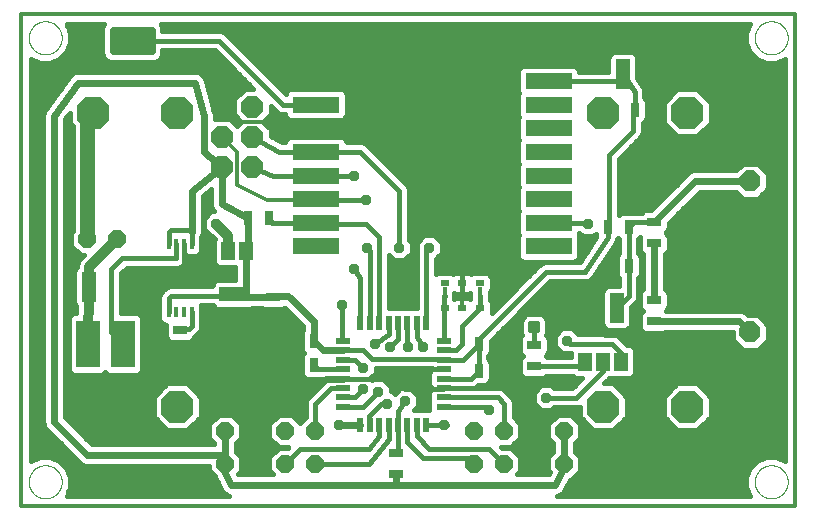
<source format=gtl>
G75*
%MOIN*%
%OFA0B0*%
%FSLAX25Y25*%
%IPPOS*%
%LPD*%
%AMOC8*
5,1,8,0,0,1.08239X$1,22.5*
%
%ADD10C,0.00000*%
%ADD11C,0.01200*%
%ADD12R,0.15748X0.05512*%
%ADD13R,0.04724X0.09843*%
%ADD14R,0.09843X0.04724*%
%ADD15R,0.07874X0.15748*%
%ADD16R,0.01575X0.03543*%
%ADD17R,0.04724X0.03150*%
%ADD18R,0.03150X0.04724*%
%ADD19OC8,0.06000*%
%ADD20R,0.04600X0.06300*%
%ADD21OC8,0.10950*%
%ADD22R,0.01575X0.06299*%
%ADD23R,0.03150X0.01969*%
%ADD24OC8,0.07400*%
%ADD25C,0.02362*%
%ADD26OC8,0.07000*%
%ADD27R,0.05000X0.02200*%
%ADD28R,0.02200X0.05000*%
%ADD29C,0.01181*%
%ADD30C,0.01600*%
%ADD31C,0.03200*%
%ADD32OC8,0.03562*%
%ADD33C,0.02400*%
%ADD34C,0.01800*%
%ADD35C,0.05000*%
D10*
X0004288Y0009800D02*
X0004290Y0009948D01*
X0004296Y0010096D01*
X0004306Y0010244D01*
X0004320Y0010391D01*
X0004338Y0010538D01*
X0004359Y0010684D01*
X0004385Y0010830D01*
X0004415Y0010975D01*
X0004448Y0011119D01*
X0004486Y0011262D01*
X0004527Y0011404D01*
X0004572Y0011545D01*
X0004620Y0011685D01*
X0004673Y0011824D01*
X0004729Y0011961D01*
X0004789Y0012096D01*
X0004852Y0012230D01*
X0004919Y0012362D01*
X0004990Y0012492D01*
X0005064Y0012620D01*
X0005141Y0012746D01*
X0005222Y0012870D01*
X0005306Y0012992D01*
X0005393Y0013111D01*
X0005484Y0013228D01*
X0005578Y0013343D01*
X0005674Y0013455D01*
X0005774Y0013565D01*
X0005876Y0013671D01*
X0005982Y0013775D01*
X0006090Y0013876D01*
X0006201Y0013974D01*
X0006314Y0014070D01*
X0006430Y0014162D01*
X0006548Y0014251D01*
X0006669Y0014336D01*
X0006792Y0014419D01*
X0006917Y0014498D01*
X0007044Y0014574D01*
X0007173Y0014646D01*
X0007304Y0014715D01*
X0007437Y0014780D01*
X0007572Y0014841D01*
X0007708Y0014899D01*
X0007845Y0014954D01*
X0007984Y0015004D01*
X0008125Y0015051D01*
X0008266Y0015094D01*
X0008409Y0015134D01*
X0008553Y0015169D01*
X0008697Y0015201D01*
X0008843Y0015228D01*
X0008989Y0015252D01*
X0009136Y0015272D01*
X0009283Y0015288D01*
X0009430Y0015300D01*
X0009578Y0015308D01*
X0009726Y0015312D01*
X0009874Y0015312D01*
X0010022Y0015308D01*
X0010170Y0015300D01*
X0010317Y0015288D01*
X0010464Y0015272D01*
X0010611Y0015252D01*
X0010757Y0015228D01*
X0010903Y0015201D01*
X0011047Y0015169D01*
X0011191Y0015134D01*
X0011334Y0015094D01*
X0011475Y0015051D01*
X0011616Y0015004D01*
X0011755Y0014954D01*
X0011892Y0014899D01*
X0012028Y0014841D01*
X0012163Y0014780D01*
X0012296Y0014715D01*
X0012427Y0014646D01*
X0012556Y0014574D01*
X0012683Y0014498D01*
X0012808Y0014419D01*
X0012931Y0014336D01*
X0013052Y0014251D01*
X0013170Y0014162D01*
X0013286Y0014070D01*
X0013399Y0013974D01*
X0013510Y0013876D01*
X0013618Y0013775D01*
X0013724Y0013671D01*
X0013826Y0013565D01*
X0013926Y0013455D01*
X0014022Y0013343D01*
X0014116Y0013228D01*
X0014207Y0013111D01*
X0014294Y0012992D01*
X0014378Y0012870D01*
X0014459Y0012746D01*
X0014536Y0012620D01*
X0014610Y0012492D01*
X0014681Y0012362D01*
X0014748Y0012230D01*
X0014811Y0012096D01*
X0014871Y0011961D01*
X0014927Y0011824D01*
X0014980Y0011685D01*
X0015028Y0011545D01*
X0015073Y0011404D01*
X0015114Y0011262D01*
X0015152Y0011119D01*
X0015185Y0010975D01*
X0015215Y0010830D01*
X0015241Y0010684D01*
X0015262Y0010538D01*
X0015280Y0010391D01*
X0015294Y0010244D01*
X0015304Y0010096D01*
X0015310Y0009948D01*
X0015312Y0009800D01*
X0015310Y0009652D01*
X0015304Y0009504D01*
X0015294Y0009356D01*
X0015280Y0009209D01*
X0015262Y0009062D01*
X0015241Y0008916D01*
X0015215Y0008770D01*
X0015185Y0008625D01*
X0015152Y0008481D01*
X0015114Y0008338D01*
X0015073Y0008196D01*
X0015028Y0008055D01*
X0014980Y0007915D01*
X0014927Y0007776D01*
X0014871Y0007639D01*
X0014811Y0007504D01*
X0014748Y0007370D01*
X0014681Y0007238D01*
X0014610Y0007108D01*
X0014536Y0006980D01*
X0014459Y0006854D01*
X0014378Y0006730D01*
X0014294Y0006608D01*
X0014207Y0006489D01*
X0014116Y0006372D01*
X0014022Y0006257D01*
X0013926Y0006145D01*
X0013826Y0006035D01*
X0013724Y0005929D01*
X0013618Y0005825D01*
X0013510Y0005724D01*
X0013399Y0005626D01*
X0013286Y0005530D01*
X0013170Y0005438D01*
X0013052Y0005349D01*
X0012931Y0005264D01*
X0012808Y0005181D01*
X0012683Y0005102D01*
X0012556Y0005026D01*
X0012427Y0004954D01*
X0012296Y0004885D01*
X0012163Y0004820D01*
X0012028Y0004759D01*
X0011892Y0004701D01*
X0011755Y0004646D01*
X0011616Y0004596D01*
X0011475Y0004549D01*
X0011334Y0004506D01*
X0011191Y0004466D01*
X0011047Y0004431D01*
X0010903Y0004399D01*
X0010757Y0004372D01*
X0010611Y0004348D01*
X0010464Y0004328D01*
X0010317Y0004312D01*
X0010170Y0004300D01*
X0010022Y0004292D01*
X0009874Y0004288D01*
X0009726Y0004288D01*
X0009578Y0004292D01*
X0009430Y0004300D01*
X0009283Y0004312D01*
X0009136Y0004328D01*
X0008989Y0004348D01*
X0008843Y0004372D01*
X0008697Y0004399D01*
X0008553Y0004431D01*
X0008409Y0004466D01*
X0008266Y0004506D01*
X0008125Y0004549D01*
X0007984Y0004596D01*
X0007845Y0004646D01*
X0007708Y0004701D01*
X0007572Y0004759D01*
X0007437Y0004820D01*
X0007304Y0004885D01*
X0007173Y0004954D01*
X0007044Y0005026D01*
X0006917Y0005102D01*
X0006792Y0005181D01*
X0006669Y0005264D01*
X0006548Y0005349D01*
X0006430Y0005438D01*
X0006314Y0005530D01*
X0006201Y0005626D01*
X0006090Y0005724D01*
X0005982Y0005825D01*
X0005876Y0005929D01*
X0005774Y0006035D01*
X0005674Y0006145D01*
X0005578Y0006257D01*
X0005484Y0006372D01*
X0005393Y0006489D01*
X0005306Y0006608D01*
X0005222Y0006730D01*
X0005141Y0006854D01*
X0005064Y0006980D01*
X0004990Y0007108D01*
X0004919Y0007238D01*
X0004852Y0007370D01*
X0004789Y0007504D01*
X0004729Y0007639D01*
X0004673Y0007776D01*
X0004620Y0007915D01*
X0004572Y0008055D01*
X0004527Y0008196D01*
X0004486Y0008338D01*
X0004448Y0008481D01*
X0004415Y0008625D01*
X0004385Y0008770D01*
X0004359Y0008916D01*
X0004338Y0009062D01*
X0004320Y0009209D01*
X0004306Y0009356D01*
X0004296Y0009504D01*
X0004290Y0009652D01*
X0004288Y0009800D01*
X0004288Y0157800D02*
X0004290Y0157948D01*
X0004296Y0158096D01*
X0004306Y0158244D01*
X0004320Y0158391D01*
X0004338Y0158538D01*
X0004359Y0158684D01*
X0004385Y0158830D01*
X0004415Y0158975D01*
X0004448Y0159119D01*
X0004486Y0159262D01*
X0004527Y0159404D01*
X0004572Y0159545D01*
X0004620Y0159685D01*
X0004673Y0159824D01*
X0004729Y0159961D01*
X0004789Y0160096D01*
X0004852Y0160230D01*
X0004919Y0160362D01*
X0004990Y0160492D01*
X0005064Y0160620D01*
X0005141Y0160746D01*
X0005222Y0160870D01*
X0005306Y0160992D01*
X0005393Y0161111D01*
X0005484Y0161228D01*
X0005578Y0161343D01*
X0005674Y0161455D01*
X0005774Y0161565D01*
X0005876Y0161671D01*
X0005982Y0161775D01*
X0006090Y0161876D01*
X0006201Y0161974D01*
X0006314Y0162070D01*
X0006430Y0162162D01*
X0006548Y0162251D01*
X0006669Y0162336D01*
X0006792Y0162419D01*
X0006917Y0162498D01*
X0007044Y0162574D01*
X0007173Y0162646D01*
X0007304Y0162715D01*
X0007437Y0162780D01*
X0007572Y0162841D01*
X0007708Y0162899D01*
X0007845Y0162954D01*
X0007984Y0163004D01*
X0008125Y0163051D01*
X0008266Y0163094D01*
X0008409Y0163134D01*
X0008553Y0163169D01*
X0008697Y0163201D01*
X0008843Y0163228D01*
X0008989Y0163252D01*
X0009136Y0163272D01*
X0009283Y0163288D01*
X0009430Y0163300D01*
X0009578Y0163308D01*
X0009726Y0163312D01*
X0009874Y0163312D01*
X0010022Y0163308D01*
X0010170Y0163300D01*
X0010317Y0163288D01*
X0010464Y0163272D01*
X0010611Y0163252D01*
X0010757Y0163228D01*
X0010903Y0163201D01*
X0011047Y0163169D01*
X0011191Y0163134D01*
X0011334Y0163094D01*
X0011475Y0163051D01*
X0011616Y0163004D01*
X0011755Y0162954D01*
X0011892Y0162899D01*
X0012028Y0162841D01*
X0012163Y0162780D01*
X0012296Y0162715D01*
X0012427Y0162646D01*
X0012556Y0162574D01*
X0012683Y0162498D01*
X0012808Y0162419D01*
X0012931Y0162336D01*
X0013052Y0162251D01*
X0013170Y0162162D01*
X0013286Y0162070D01*
X0013399Y0161974D01*
X0013510Y0161876D01*
X0013618Y0161775D01*
X0013724Y0161671D01*
X0013826Y0161565D01*
X0013926Y0161455D01*
X0014022Y0161343D01*
X0014116Y0161228D01*
X0014207Y0161111D01*
X0014294Y0160992D01*
X0014378Y0160870D01*
X0014459Y0160746D01*
X0014536Y0160620D01*
X0014610Y0160492D01*
X0014681Y0160362D01*
X0014748Y0160230D01*
X0014811Y0160096D01*
X0014871Y0159961D01*
X0014927Y0159824D01*
X0014980Y0159685D01*
X0015028Y0159545D01*
X0015073Y0159404D01*
X0015114Y0159262D01*
X0015152Y0159119D01*
X0015185Y0158975D01*
X0015215Y0158830D01*
X0015241Y0158684D01*
X0015262Y0158538D01*
X0015280Y0158391D01*
X0015294Y0158244D01*
X0015304Y0158096D01*
X0015310Y0157948D01*
X0015312Y0157800D01*
X0015310Y0157652D01*
X0015304Y0157504D01*
X0015294Y0157356D01*
X0015280Y0157209D01*
X0015262Y0157062D01*
X0015241Y0156916D01*
X0015215Y0156770D01*
X0015185Y0156625D01*
X0015152Y0156481D01*
X0015114Y0156338D01*
X0015073Y0156196D01*
X0015028Y0156055D01*
X0014980Y0155915D01*
X0014927Y0155776D01*
X0014871Y0155639D01*
X0014811Y0155504D01*
X0014748Y0155370D01*
X0014681Y0155238D01*
X0014610Y0155108D01*
X0014536Y0154980D01*
X0014459Y0154854D01*
X0014378Y0154730D01*
X0014294Y0154608D01*
X0014207Y0154489D01*
X0014116Y0154372D01*
X0014022Y0154257D01*
X0013926Y0154145D01*
X0013826Y0154035D01*
X0013724Y0153929D01*
X0013618Y0153825D01*
X0013510Y0153724D01*
X0013399Y0153626D01*
X0013286Y0153530D01*
X0013170Y0153438D01*
X0013052Y0153349D01*
X0012931Y0153264D01*
X0012808Y0153181D01*
X0012683Y0153102D01*
X0012556Y0153026D01*
X0012427Y0152954D01*
X0012296Y0152885D01*
X0012163Y0152820D01*
X0012028Y0152759D01*
X0011892Y0152701D01*
X0011755Y0152646D01*
X0011616Y0152596D01*
X0011475Y0152549D01*
X0011334Y0152506D01*
X0011191Y0152466D01*
X0011047Y0152431D01*
X0010903Y0152399D01*
X0010757Y0152372D01*
X0010611Y0152348D01*
X0010464Y0152328D01*
X0010317Y0152312D01*
X0010170Y0152300D01*
X0010022Y0152292D01*
X0009874Y0152288D01*
X0009726Y0152288D01*
X0009578Y0152292D01*
X0009430Y0152300D01*
X0009283Y0152312D01*
X0009136Y0152328D01*
X0008989Y0152348D01*
X0008843Y0152372D01*
X0008697Y0152399D01*
X0008553Y0152431D01*
X0008409Y0152466D01*
X0008266Y0152506D01*
X0008125Y0152549D01*
X0007984Y0152596D01*
X0007845Y0152646D01*
X0007708Y0152701D01*
X0007572Y0152759D01*
X0007437Y0152820D01*
X0007304Y0152885D01*
X0007173Y0152954D01*
X0007044Y0153026D01*
X0006917Y0153102D01*
X0006792Y0153181D01*
X0006669Y0153264D01*
X0006548Y0153349D01*
X0006430Y0153438D01*
X0006314Y0153530D01*
X0006201Y0153626D01*
X0006090Y0153724D01*
X0005982Y0153825D01*
X0005876Y0153929D01*
X0005774Y0154035D01*
X0005674Y0154145D01*
X0005578Y0154257D01*
X0005484Y0154372D01*
X0005393Y0154489D01*
X0005306Y0154608D01*
X0005222Y0154730D01*
X0005141Y0154854D01*
X0005064Y0154980D01*
X0004990Y0155108D01*
X0004919Y0155238D01*
X0004852Y0155370D01*
X0004789Y0155504D01*
X0004729Y0155639D01*
X0004673Y0155776D01*
X0004620Y0155915D01*
X0004572Y0156055D01*
X0004527Y0156196D01*
X0004486Y0156338D01*
X0004448Y0156481D01*
X0004415Y0156625D01*
X0004385Y0156770D01*
X0004359Y0156916D01*
X0004338Y0157062D01*
X0004320Y0157209D01*
X0004306Y0157356D01*
X0004296Y0157504D01*
X0004290Y0157652D01*
X0004288Y0157800D01*
X0246288Y0157800D02*
X0246290Y0157948D01*
X0246296Y0158096D01*
X0246306Y0158244D01*
X0246320Y0158391D01*
X0246338Y0158538D01*
X0246359Y0158684D01*
X0246385Y0158830D01*
X0246415Y0158975D01*
X0246448Y0159119D01*
X0246486Y0159262D01*
X0246527Y0159404D01*
X0246572Y0159545D01*
X0246620Y0159685D01*
X0246673Y0159824D01*
X0246729Y0159961D01*
X0246789Y0160096D01*
X0246852Y0160230D01*
X0246919Y0160362D01*
X0246990Y0160492D01*
X0247064Y0160620D01*
X0247141Y0160746D01*
X0247222Y0160870D01*
X0247306Y0160992D01*
X0247393Y0161111D01*
X0247484Y0161228D01*
X0247578Y0161343D01*
X0247674Y0161455D01*
X0247774Y0161565D01*
X0247876Y0161671D01*
X0247982Y0161775D01*
X0248090Y0161876D01*
X0248201Y0161974D01*
X0248314Y0162070D01*
X0248430Y0162162D01*
X0248548Y0162251D01*
X0248669Y0162336D01*
X0248792Y0162419D01*
X0248917Y0162498D01*
X0249044Y0162574D01*
X0249173Y0162646D01*
X0249304Y0162715D01*
X0249437Y0162780D01*
X0249572Y0162841D01*
X0249708Y0162899D01*
X0249845Y0162954D01*
X0249984Y0163004D01*
X0250125Y0163051D01*
X0250266Y0163094D01*
X0250409Y0163134D01*
X0250553Y0163169D01*
X0250697Y0163201D01*
X0250843Y0163228D01*
X0250989Y0163252D01*
X0251136Y0163272D01*
X0251283Y0163288D01*
X0251430Y0163300D01*
X0251578Y0163308D01*
X0251726Y0163312D01*
X0251874Y0163312D01*
X0252022Y0163308D01*
X0252170Y0163300D01*
X0252317Y0163288D01*
X0252464Y0163272D01*
X0252611Y0163252D01*
X0252757Y0163228D01*
X0252903Y0163201D01*
X0253047Y0163169D01*
X0253191Y0163134D01*
X0253334Y0163094D01*
X0253475Y0163051D01*
X0253616Y0163004D01*
X0253755Y0162954D01*
X0253892Y0162899D01*
X0254028Y0162841D01*
X0254163Y0162780D01*
X0254296Y0162715D01*
X0254427Y0162646D01*
X0254556Y0162574D01*
X0254683Y0162498D01*
X0254808Y0162419D01*
X0254931Y0162336D01*
X0255052Y0162251D01*
X0255170Y0162162D01*
X0255286Y0162070D01*
X0255399Y0161974D01*
X0255510Y0161876D01*
X0255618Y0161775D01*
X0255724Y0161671D01*
X0255826Y0161565D01*
X0255926Y0161455D01*
X0256022Y0161343D01*
X0256116Y0161228D01*
X0256207Y0161111D01*
X0256294Y0160992D01*
X0256378Y0160870D01*
X0256459Y0160746D01*
X0256536Y0160620D01*
X0256610Y0160492D01*
X0256681Y0160362D01*
X0256748Y0160230D01*
X0256811Y0160096D01*
X0256871Y0159961D01*
X0256927Y0159824D01*
X0256980Y0159685D01*
X0257028Y0159545D01*
X0257073Y0159404D01*
X0257114Y0159262D01*
X0257152Y0159119D01*
X0257185Y0158975D01*
X0257215Y0158830D01*
X0257241Y0158684D01*
X0257262Y0158538D01*
X0257280Y0158391D01*
X0257294Y0158244D01*
X0257304Y0158096D01*
X0257310Y0157948D01*
X0257312Y0157800D01*
X0257310Y0157652D01*
X0257304Y0157504D01*
X0257294Y0157356D01*
X0257280Y0157209D01*
X0257262Y0157062D01*
X0257241Y0156916D01*
X0257215Y0156770D01*
X0257185Y0156625D01*
X0257152Y0156481D01*
X0257114Y0156338D01*
X0257073Y0156196D01*
X0257028Y0156055D01*
X0256980Y0155915D01*
X0256927Y0155776D01*
X0256871Y0155639D01*
X0256811Y0155504D01*
X0256748Y0155370D01*
X0256681Y0155238D01*
X0256610Y0155108D01*
X0256536Y0154980D01*
X0256459Y0154854D01*
X0256378Y0154730D01*
X0256294Y0154608D01*
X0256207Y0154489D01*
X0256116Y0154372D01*
X0256022Y0154257D01*
X0255926Y0154145D01*
X0255826Y0154035D01*
X0255724Y0153929D01*
X0255618Y0153825D01*
X0255510Y0153724D01*
X0255399Y0153626D01*
X0255286Y0153530D01*
X0255170Y0153438D01*
X0255052Y0153349D01*
X0254931Y0153264D01*
X0254808Y0153181D01*
X0254683Y0153102D01*
X0254556Y0153026D01*
X0254427Y0152954D01*
X0254296Y0152885D01*
X0254163Y0152820D01*
X0254028Y0152759D01*
X0253892Y0152701D01*
X0253755Y0152646D01*
X0253616Y0152596D01*
X0253475Y0152549D01*
X0253334Y0152506D01*
X0253191Y0152466D01*
X0253047Y0152431D01*
X0252903Y0152399D01*
X0252757Y0152372D01*
X0252611Y0152348D01*
X0252464Y0152328D01*
X0252317Y0152312D01*
X0252170Y0152300D01*
X0252022Y0152292D01*
X0251874Y0152288D01*
X0251726Y0152288D01*
X0251578Y0152292D01*
X0251430Y0152300D01*
X0251283Y0152312D01*
X0251136Y0152328D01*
X0250989Y0152348D01*
X0250843Y0152372D01*
X0250697Y0152399D01*
X0250553Y0152431D01*
X0250409Y0152466D01*
X0250266Y0152506D01*
X0250125Y0152549D01*
X0249984Y0152596D01*
X0249845Y0152646D01*
X0249708Y0152701D01*
X0249572Y0152759D01*
X0249437Y0152820D01*
X0249304Y0152885D01*
X0249173Y0152954D01*
X0249044Y0153026D01*
X0248917Y0153102D01*
X0248792Y0153181D01*
X0248669Y0153264D01*
X0248548Y0153349D01*
X0248430Y0153438D01*
X0248314Y0153530D01*
X0248201Y0153626D01*
X0248090Y0153724D01*
X0247982Y0153825D01*
X0247876Y0153929D01*
X0247774Y0154035D01*
X0247674Y0154145D01*
X0247578Y0154257D01*
X0247484Y0154372D01*
X0247393Y0154489D01*
X0247306Y0154608D01*
X0247222Y0154730D01*
X0247141Y0154854D01*
X0247064Y0154980D01*
X0246990Y0155108D01*
X0246919Y0155238D01*
X0246852Y0155370D01*
X0246789Y0155504D01*
X0246729Y0155639D01*
X0246673Y0155776D01*
X0246620Y0155915D01*
X0246572Y0156055D01*
X0246527Y0156196D01*
X0246486Y0156338D01*
X0246448Y0156481D01*
X0246415Y0156625D01*
X0246385Y0156770D01*
X0246359Y0156916D01*
X0246338Y0157062D01*
X0246320Y0157209D01*
X0246306Y0157356D01*
X0246296Y0157504D01*
X0246290Y0157652D01*
X0246288Y0157800D01*
X0246288Y0009800D02*
X0246290Y0009948D01*
X0246296Y0010096D01*
X0246306Y0010244D01*
X0246320Y0010391D01*
X0246338Y0010538D01*
X0246359Y0010684D01*
X0246385Y0010830D01*
X0246415Y0010975D01*
X0246448Y0011119D01*
X0246486Y0011262D01*
X0246527Y0011404D01*
X0246572Y0011545D01*
X0246620Y0011685D01*
X0246673Y0011824D01*
X0246729Y0011961D01*
X0246789Y0012096D01*
X0246852Y0012230D01*
X0246919Y0012362D01*
X0246990Y0012492D01*
X0247064Y0012620D01*
X0247141Y0012746D01*
X0247222Y0012870D01*
X0247306Y0012992D01*
X0247393Y0013111D01*
X0247484Y0013228D01*
X0247578Y0013343D01*
X0247674Y0013455D01*
X0247774Y0013565D01*
X0247876Y0013671D01*
X0247982Y0013775D01*
X0248090Y0013876D01*
X0248201Y0013974D01*
X0248314Y0014070D01*
X0248430Y0014162D01*
X0248548Y0014251D01*
X0248669Y0014336D01*
X0248792Y0014419D01*
X0248917Y0014498D01*
X0249044Y0014574D01*
X0249173Y0014646D01*
X0249304Y0014715D01*
X0249437Y0014780D01*
X0249572Y0014841D01*
X0249708Y0014899D01*
X0249845Y0014954D01*
X0249984Y0015004D01*
X0250125Y0015051D01*
X0250266Y0015094D01*
X0250409Y0015134D01*
X0250553Y0015169D01*
X0250697Y0015201D01*
X0250843Y0015228D01*
X0250989Y0015252D01*
X0251136Y0015272D01*
X0251283Y0015288D01*
X0251430Y0015300D01*
X0251578Y0015308D01*
X0251726Y0015312D01*
X0251874Y0015312D01*
X0252022Y0015308D01*
X0252170Y0015300D01*
X0252317Y0015288D01*
X0252464Y0015272D01*
X0252611Y0015252D01*
X0252757Y0015228D01*
X0252903Y0015201D01*
X0253047Y0015169D01*
X0253191Y0015134D01*
X0253334Y0015094D01*
X0253475Y0015051D01*
X0253616Y0015004D01*
X0253755Y0014954D01*
X0253892Y0014899D01*
X0254028Y0014841D01*
X0254163Y0014780D01*
X0254296Y0014715D01*
X0254427Y0014646D01*
X0254556Y0014574D01*
X0254683Y0014498D01*
X0254808Y0014419D01*
X0254931Y0014336D01*
X0255052Y0014251D01*
X0255170Y0014162D01*
X0255286Y0014070D01*
X0255399Y0013974D01*
X0255510Y0013876D01*
X0255618Y0013775D01*
X0255724Y0013671D01*
X0255826Y0013565D01*
X0255926Y0013455D01*
X0256022Y0013343D01*
X0256116Y0013228D01*
X0256207Y0013111D01*
X0256294Y0012992D01*
X0256378Y0012870D01*
X0256459Y0012746D01*
X0256536Y0012620D01*
X0256610Y0012492D01*
X0256681Y0012362D01*
X0256748Y0012230D01*
X0256811Y0012096D01*
X0256871Y0011961D01*
X0256927Y0011824D01*
X0256980Y0011685D01*
X0257028Y0011545D01*
X0257073Y0011404D01*
X0257114Y0011262D01*
X0257152Y0011119D01*
X0257185Y0010975D01*
X0257215Y0010830D01*
X0257241Y0010684D01*
X0257262Y0010538D01*
X0257280Y0010391D01*
X0257294Y0010244D01*
X0257304Y0010096D01*
X0257310Y0009948D01*
X0257312Y0009800D01*
X0257310Y0009652D01*
X0257304Y0009504D01*
X0257294Y0009356D01*
X0257280Y0009209D01*
X0257262Y0009062D01*
X0257241Y0008916D01*
X0257215Y0008770D01*
X0257185Y0008625D01*
X0257152Y0008481D01*
X0257114Y0008338D01*
X0257073Y0008196D01*
X0257028Y0008055D01*
X0256980Y0007915D01*
X0256927Y0007776D01*
X0256871Y0007639D01*
X0256811Y0007504D01*
X0256748Y0007370D01*
X0256681Y0007238D01*
X0256610Y0007108D01*
X0256536Y0006980D01*
X0256459Y0006854D01*
X0256378Y0006730D01*
X0256294Y0006608D01*
X0256207Y0006489D01*
X0256116Y0006372D01*
X0256022Y0006257D01*
X0255926Y0006145D01*
X0255826Y0006035D01*
X0255724Y0005929D01*
X0255618Y0005825D01*
X0255510Y0005724D01*
X0255399Y0005626D01*
X0255286Y0005530D01*
X0255170Y0005438D01*
X0255052Y0005349D01*
X0254931Y0005264D01*
X0254808Y0005181D01*
X0254683Y0005102D01*
X0254556Y0005026D01*
X0254427Y0004954D01*
X0254296Y0004885D01*
X0254163Y0004820D01*
X0254028Y0004759D01*
X0253892Y0004701D01*
X0253755Y0004646D01*
X0253616Y0004596D01*
X0253475Y0004549D01*
X0253334Y0004506D01*
X0253191Y0004466D01*
X0253047Y0004431D01*
X0252903Y0004399D01*
X0252757Y0004372D01*
X0252611Y0004348D01*
X0252464Y0004328D01*
X0252317Y0004312D01*
X0252170Y0004300D01*
X0252022Y0004292D01*
X0251874Y0004288D01*
X0251726Y0004288D01*
X0251578Y0004292D01*
X0251430Y0004300D01*
X0251283Y0004312D01*
X0251136Y0004328D01*
X0250989Y0004348D01*
X0250843Y0004372D01*
X0250697Y0004399D01*
X0250553Y0004431D01*
X0250409Y0004466D01*
X0250266Y0004506D01*
X0250125Y0004549D01*
X0249984Y0004596D01*
X0249845Y0004646D01*
X0249708Y0004701D01*
X0249572Y0004759D01*
X0249437Y0004820D01*
X0249304Y0004885D01*
X0249173Y0004954D01*
X0249044Y0005026D01*
X0248917Y0005102D01*
X0248792Y0005181D01*
X0248669Y0005264D01*
X0248548Y0005349D01*
X0248430Y0005438D01*
X0248314Y0005530D01*
X0248201Y0005626D01*
X0248090Y0005724D01*
X0247982Y0005825D01*
X0247876Y0005929D01*
X0247774Y0006035D01*
X0247674Y0006145D01*
X0247578Y0006257D01*
X0247484Y0006372D01*
X0247393Y0006489D01*
X0247306Y0006608D01*
X0247222Y0006730D01*
X0247141Y0006854D01*
X0247064Y0006980D01*
X0246990Y0007108D01*
X0246919Y0007238D01*
X0246852Y0007370D01*
X0246789Y0007504D01*
X0246729Y0007639D01*
X0246673Y0007776D01*
X0246620Y0007915D01*
X0246572Y0008055D01*
X0246527Y0008196D01*
X0246486Y0008338D01*
X0246448Y0008481D01*
X0246415Y0008625D01*
X0246385Y0008770D01*
X0246359Y0008916D01*
X0246338Y0009062D01*
X0246320Y0009209D01*
X0246306Y0009356D01*
X0246296Y0009504D01*
X0246290Y0009652D01*
X0246288Y0009800D01*
D11*
X0001800Y0001800D02*
X0001800Y0165501D01*
X0001800Y0165800D02*
X0259800Y0165800D01*
X0259800Y0001800D01*
X0259721Y0001800D02*
X0001800Y0001800D01*
X0073800Y0108800D02*
X0083800Y0103800D01*
X0099831Y0103800D01*
X0100020Y0103989D01*
X0073800Y0108800D02*
X0073800Y0119800D01*
X0068800Y0124800D01*
X0073800Y0129800D02*
X0068800Y0134800D01*
X0073800Y0129800D02*
X0087800Y0129800D01*
X0091800Y0127800D01*
X0099831Y0127800D01*
X0100020Y0127611D01*
D12*
X0100020Y0127611D03*
X0100020Y0135485D03*
X0100020Y0143359D03*
X0100020Y0119737D03*
X0100020Y0111863D03*
X0100020Y0103989D03*
X0100020Y0096115D03*
X0100020Y0088241D03*
X0177580Y0088241D03*
X0177580Y0096115D03*
X0177580Y0103989D03*
X0177580Y0111863D03*
X0177580Y0119737D03*
X0177580Y0127611D03*
X0177580Y0135485D03*
X0177580Y0143359D03*
D13*
X0202304Y0145800D03*
X0215296Y0145800D03*
X0200296Y0067800D03*
X0187304Y0067800D03*
X0037296Y0074800D03*
X0024304Y0074800D03*
D14*
X0072800Y0072296D03*
X0072800Y0059304D03*
D15*
X0035706Y0055800D03*
X0023894Y0055800D03*
D16*
X0050961Y0066383D03*
X0053520Y0066383D03*
X0056080Y0066383D03*
X0058639Y0066383D03*
X0058639Y0089217D03*
X0056080Y0089217D03*
X0053520Y0089217D03*
X0050961Y0089217D03*
D17*
X0085800Y0071343D03*
X0085800Y0064257D03*
X0054800Y0060343D03*
X0054800Y0053257D03*
X0126800Y0019343D03*
X0126800Y0012257D03*
X0172800Y0048257D03*
X0172800Y0055343D03*
X0212800Y0063257D03*
X0212800Y0070343D03*
X0212800Y0089257D03*
X0212800Y0096343D03*
D18*
X0204343Y0094800D03*
X0197257Y0094800D03*
X0197257Y0081800D03*
X0204343Y0081800D03*
X0161343Y0055800D03*
X0154257Y0055800D03*
X0154257Y0046800D03*
X0161343Y0046800D03*
X0099343Y0048800D03*
X0092257Y0048800D03*
X0092257Y0056800D03*
X0099343Y0056800D03*
X0084343Y0097800D03*
X0077257Y0097800D03*
X0206257Y0133800D03*
X0213343Y0133800D03*
D19*
X0182800Y0026800D03*
X0172800Y0026800D03*
X0162800Y0026800D03*
X0152800Y0026800D03*
X0152800Y0015800D03*
X0162800Y0015800D03*
X0172800Y0015800D03*
X0182800Y0015800D03*
X0099800Y0015800D03*
X0089800Y0015800D03*
X0079800Y0015800D03*
X0069800Y0015800D03*
X0069800Y0026800D03*
X0079800Y0026800D03*
X0089800Y0026800D03*
X0099800Y0026800D03*
X0033800Y0090800D03*
X0023800Y0090800D03*
D20*
X0070800Y0086800D03*
X0076800Y0086800D03*
X0189800Y0049800D03*
X0195800Y0049800D03*
X0201800Y0049800D03*
D21*
X0195800Y0034800D03*
X0223800Y0034800D03*
X0223800Y0132800D03*
X0195800Y0132800D03*
X0053800Y0132800D03*
X0025800Y0132800D03*
X0025800Y0034800D03*
X0053800Y0034800D03*
D22*
X0142894Y0071800D03*
X0148800Y0071800D03*
X0154706Y0071800D03*
D23*
X0154706Y0067666D03*
X0148800Y0067666D03*
X0142894Y0067666D03*
X0142894Y0075934D03*
X0148800Y0075934D03*
X0154706Y0075934D03*
D24*
X0078800Y0114800D03*
X0068800Y0114800D03*
X0068800Y0124800D03*
X0078800Y0124800D03*
X0078800Y0134800D03*
X0068800Y0134800D03*
D25*
X0045296Y0153257D02*
X0032304Y0153257D01*
X0032304Y0160343D01*
X0045296Y0160343D01*
X0045296Y0153257D01*
X0045296Y0155618D02*
X0032304Y0155618D01*
X0032304Y0157979D02*
X0045296Y0157979D01*
X0045296Y0160340D02*
X0032304Y0160340D01*
D26*
X0244800Y0109997D03*
X0244800Y0059603D03*
D27*
X0142700Y0056824D03*
X0142700Y0053674D03*
X0142700Y0050524D03*
X0142700Y0047375D03*
X0142700Y0044225D03*
X0142700Y0041076D03*
X0142700Y0037926D03*
X0142700Y0034776D03*
X0108900Y0034776D03*
X0108900Y0037926D03*
X0108900Y0041076D03*
X0108900Y0044225D03*
X0108900Y0047375D03*
X0108900Y0050524D03*
X0108900Y0053674D03*
X0108900Y0056824D03*
D28*
X0114776Y0062700D03*
X0117926Y0062700D03*
X0121076Y0062700D03*
X0124225Y0062700D03*
X0127375Y0062700D03*
X0130524Y0062700D03*
X0133674Y0062700D03*
X0136824Y0062700D03*
X0136824Y0028900D03*
X0133674Y0028900D03*
X0130524Y0028900D03*
X0127375Y0028900D03*
X0124225Y0028900D03*
X0121076Y0028900D03*
X0117926Y0028900D03*
X0114776Y0028900D03*
D29*
X0171422Y0059969D02*
X0174178Y0059969D01*
X0171422Y0059969D02*
X0171422Y0062725D01*
X0174178Y0062725D01*
X0174178Y0059969D01*
X0174178Y0061149D02*
X0171422Y0061149D01*
X0171422Y0062329D02*
X0174178Y0062329D01*
X0174178Y0066875D02*
X0171422Y0066875D01*
X0171422Y0069631D01*
X0174178Y0069631D01*
X0174178Y0066875D01*
X0174178Y0068055D02*
X0171422Y0068055D01*
X0171422Y0069235D02*
X0174178Y0069235D01*
D30*
X0172800Y0068253D02*
X0171253Y0068253D01*
X0161800Y0058800D01*
X0161800Y0056257D01*
X0161343Y0055800D01*
X0161343Y0046800D01*
X0160800Y0046257D01*
X0160800Y0044800D01*
X0172800Y0032800D01*
X0172800Y0026800D01*
X0172800Y0015800D01*
X0168200Y0016187D02*
X0177400Y0016187D01*
X0177400Y0017785D02*
X0168200Y0017785D01*
X0168200Y0018037D02*
X0165037Y0021200D01*
X0161925Y0021200D01*
X0161725Y0021400D01*
X0165037Y0021400D01*
X0168200Y0024563D01*
X0168200Y0029037D01*
X0166000Y0031237D01*
X0166000Y0036437D01*
X0165513Y0037613D01*
X0164613Y0038513D01*
X0162487Y0040639D01*
X0161311Y0041126D01*
X0152562Y0041126D01*
X0153495Y0041512D01*
X0154020Y0042038D01*
X0156309Y0042038D01*
X0157191Y0042403D01*
X0157866Y0043078D01*
X0158231Y0043960D01*
X0158231Y0049640D01*
X0157866Y0050522D01*
X0157457Y0050931D01*
X0157457Y0051669D01*
X0157866Y0052078D01*
X0158231Y0052960D01*
X0158231Y0056706D01*
X0178125Y0076600D01*
X0189504Y0076600D01*
X0189839Y0076538D01*
X0190135Y0076600D01*
X0190437Y0076600D01*
X0190751Y0076730D01*
X0191085Y0076801D01*
X0191334Y0076972D01*
X0191613Y0077087D01*
X0191854Y0077328D01*
X0192135Y0077521D01*
X0192299Y0077774D01*
X0192513Y0077987D01*
X0192643Y0078302D01*
X0199756Y0089231D01*
X0199970Y0089444D01*
X0200100Y0089759D01*
X0200286Y0090045D01*
X0200341Y0090341D01*
X0200457Y0090620D01*
X0200457Y0090669D01*
X0200800Y0091012D01*
X0201143Y0090669D01*
X0201143Y0085931D01*
X0200734Y0085522D01*
X0200369Y0084640D01*
X0200369Y0078960D01*
X0200734Y0078078D01*
X0201143Y0077669D01*
X0201143Y0075121D01*
X0197456Y0075121D01*
X0196574Y0074756D01*
X0195899Y0074081D01*
X0195534Y0073199D01*
X0195534Y0062401D01*
X0195899Y0061519D01*
X0196574Y0060844D01*
X0197456Y0060479D01*
X0203136Y0060479D01*
X0204018Y0060844D01*
X0204693Y0061519D01*
X0205058Y0062401D01*
X0205058Y0068037D01*
X0207056Y0070035D01*
X0207543Y0071211D01*
X0207543Y0077669D01*
X0207953Y0078078D01*
X0208318Y0078960D01*
X0208318Y0084640D01*
X0207953Y0085522D01*
X0207543Y0085931D01*
X0207543Y0090669D01*
X0207953Y0091078D01*
X0208038Y0091284D01*
X0208038Y0087204D01*
X0208403Y0086322D01*
X0209078Y0085647D01*
X0209200Y0085597D01*
X0209200Y0074003D01*
X0209078Y0073953D01*
X0208403Y0073278D01*
X0208038Y0072395D01*
X0208038Y0068291D01*
X0208403Y0067409D01*
X0209012Y0066800D01*
X0208403Y0066191D01*
X0208038Y0065309D01*
X0208038Y0061204D01*
X0208403Y0060322D01*
X0209078Y0059647D01*
X0209960Y0059282D01*
X0215640Y0059282D01*
X0216522Y0059647D01*
X0216531Y0059657D01*
X0238900Y0059657D01*
X0238900Y0057159D01*
X0242356Y0053703D01*
X0247244Y0053703D01*
X0250700Y0057159D01*
X0250700Y0062047D01*
X0247244Y0065503D01*
X0243991Y0065503D01*
X0243186Y0066309D01*
X0241863Y0066857D01*
X0216644Y0066857D01*
X0217197Y0067409D01*
X0217562Y0068291D01*
X0217562Y0072395D01*
X0217197Y0073278D01*
X0216522Y0073953D01*
X0216400Y0074003D01*
X0216400Y0085597D01*
X0216522Y0085647D01*
X0217197Y0086322D01*
X0217562Y0087204D01*
X0217562Y0091309D01*
X0217197Y0092191D01*
X0216588Y0092800D01*
X0217197Y0093409D01*
X0217562Y0094291D01*
X0217562Y0096014D01*
X0227945Y0106397D01*
X0240056Y0106397D01*
X0242356Y0104097D01*
X0247244Y0104097D01*
X0250700Y0107553D01*
X0250700Y0112441D01*
X0247244Y0115897D01*
X0242356Y0115897D01*
X0240056Y0113597D01*
X0225737Y0113597D01*
X0224414Y0113049D01*
X0223402Y0112036D01*
X0211684Y0100318D01*
X0209960Y0100318D01*
X0209078Y0099953D01*
X0208669Y0099543D01*
X0206441Y0099543D01*
X0206395Y0099562D01*
X0202291Y0099562D01*
X0201409Y0099197D01*
X0201000Y0098788D01*
X0201000Y0117475D01*
X0207613Y0124087D01*
X0208513Y0124987D01*
X0209000Y0126163D01*
X0209000Y0129324D01*
X0209191Y0129403D01*
X0209866Y0130078D01*
X0210231Y0130960D01*
X0210231Y0136640D01*
X0209866Y0137522D01*
X0209457Y0137931D01*
X0209457Y0139527D01*
X0209519Y0139838D01*
X0209457Y0140158D01*
X0209457Y0140484D01*
X0209335Y0140776D01*
X0209275Y0141087D01*
X0209094Y0141359D01*
X0208970Y0141660D01*
X0208746Y0141884D01*
X0207066Y0144413D01*
X0207066Y0151199D01*
X0206701Y0152081D01*
X0206026Y0152756D01*
X0205144Y0153121D01*
X0199464Y0153121D01*
X0198582Y0152756D01*
X0197907Y0152081D01*
X0197542Y0151199D01*
X0197542Y0146559D01*
X0187854Y0146559D01*
X0187854Y0146592D01*
X0187488Y0147474D01*
X0186813Y0148150D01*
X0185931Y0148515D01*
X0169228Y0148515D01*
X0168346Y0148150D01*
X0167671Y0147474D01*
X0167306Y0146592D01*
X0167306Y0140126D01*
X0167597Y0139422D01*
X0167306Y0138718D01*
X0167306Y0132252D01*
X0167597Y0131548D01*
X0167306Y0130844D01*
X0167306Y0124378D01*
X0167597Y0123674D01*
X0167306Y0122970D01*
X0167306Y0116504D01*
X0167597Y0115800D01*
X0167306Y0115096D01*
X0167306Y0108630D01*
X0167597Y0107926D01*
X0167306Y0107222D01*
X0167306Y0100756D01*
X0167597Y0100052D01*
X0167306Y0099348D01*
X0167306Y0092882D01*
X0167597Y0092178D01*
X0167306Y0091474D01*
X0167306Y0085008D01*
X0167671Y0084126D01*
X0168346Y0083450D01*
X0169228Y0083085D01*
X0185931Y0083085D01*
X0186813Y0083450D01*
X0187488Y0084126D01*
X0187854Y0085008D01*
X0187854Y0091474D01*
X0187562Y0092178D01*
X0187839Y0092848D01*
X0189068Y0091619D01*
X0192532Y0091619D01*
X0193282Y0092369D01*
X0193282Y0091960D01*
X0193521Y0091383D01*
X0188065Y0083000D01*
X0176163Y0083000D01*
X0174987Y0082513D01*
X0174087Y0081613D01*
X0174087Y0081613D01*
X0158680Y0066206D01*
X0158680Y0069128D01*
X0158315Y0070010D01*
X0158000Y0070325D01*
X0158000Y0072342D01*
X0157893Y0072601D01*
X0157893Y0073168D01*
X0158315Y0073590D01*
X0158680Y0074472D01*
X0158680Y0077395D01*
X0158315Y0078278D01*
X0157640Y0078953D01*
X0156758Y0079318D01*
X0152653Y0079318D01*
X0151771Y0078953D01*
X0151753Y0078934D01*
X0151734Y0078953D01*
X0150852Y0079318D01*
X0146748Y0079318D01*
X0145866Y0078953D01*
X0145847Y0078934D01*
X0145829Y0078953D01*
X0144947Y0079318D01*
X0140842Y0079318D01*
X0140024Y0078979D01*
X0140024Y0084111D01*
X0141981Y0086068D01*
X0141981Y0089532D01*
X0139532Y0091981D01*
X0136068Y0091981D01*
X0133619Y0089532D01*
X0133619Y0086068D01*
X0133624Y0086063D01*
X0133624Y0067600D01*
X0124276Y0067600D01*
X0124276Y0085411D01*
X0126068Y0083619D01*
X0129532Y0083619D01*
X0131981Y0086068D01*
X0131981Y0089532D01*
X0131000Y0090513D01*
X0131000Y0107437D01*
X0130513Y0108613D01*
X0116676Y0122450D01*
X0115500Y0122937D01*
X0110294Y0122937D01*
X0110294Y0122970D01*
X0109929Y0123852D01*
X0109254Y0124528D01*
X0108372Y0124893D01*
X0091669Y0124893D01*
X0090787Y0124528D01*
X0090112Y0123852D01*
X0089759Y0123000D01*
X0088629Y0123000D01*
X0084900Y0125072D01*
X0084900Y0127327D01*
X0082427Y0129800D01*
X0084900Y0132273D01*
X0084900Y0135175D01*
X0087302Y0132772D01*
X0088478Y0132285D01*
X0089746Y0132285D01*
X0089746Y0132252D01*
X0090112Y0131370D01*
X0090787Y0130695D01*
X0091669Y0130329D01*
X0108372Y0130329D01*
X0109254Y0130695D01*
X0109929Y0131370D01*
X0110294Y0132252D01*
X0110294Y0138718D01*
X0109929Y0139600D01*
X0109254Y0140276D01*
X0108372Y0140641D01*
X0091669Y0140641D01*
X0090787Y0140276D01*
X0090112Y0139600D01*
X0089940Y0139185D01*
X0070513Y0158613D01*
X0069613Y0159513D01*
X0068437Y0160000D01*
X0048877Y0160000D01*
X0048877Y0161056D01*
X0048332Y0162372D01*
X0048304Y0162400D01*
X0244709Y0162400D01*
X0243488Y0159453D01*
X0243488Y0156147D01*
X0244754Y0153092D01*
X0247092Y0150754D01*
X0250147Y0149488D01*
X0253453Y0149488D01*
X0256400Y0150709D01*
X0256400Y0016891D01*
X0253453Y0018112D01*
X0250147Y0018112D01*
X0247092Y0016846D01*
X0244754Y0014508D01*
X0243488Y0011453D01*
X0243488Y0008147D01*
X0244709Y0005200D01*
X0180384Y0005200D01*
X0180384Y0005200D01*
X0180516Y0005200D01*
X0181060Y0005425D01*
X0181618Y0005611D01*
X0181717Y0005698D01*
X0181839Y0005748D01*
X0182255Y0006164D01*
X0182700Y0006550D01*
X0182759Y0006667D01*
X0182852Y0006761D01*
X0183077Y0007304D01*
X0184625Y0010400D01*
X0185037Y0010400D01*
X0188200Y0013563D01*
X0188200Y0018037D01*
X0186400Y0019837D01*
X0186400Y0022763D01*
X0188200Y0024563D01*
X0188200Y0029037D01*
X0185037Y0032200D01*
X0180563Y0032200D01*
X0177400Y0029037D01*
X0177400Y0024563D01*
X0179200Y0022763D01*
X0179200Y0019837D01*
X0177400Y0018037D01*
X0177400Y0013563D01*
X0177904Y0013059D01*
X0177575Y0012400D01*
X0167037Y0012400D01*
X0168200Y0013563D01*
X0168200Y0018037D01*
X0166853Y0019384D02*
X0178747Y0019384D01*
X0179200Y0020982D02*
X0165255Y0020982D01*
X0166217Y0022581D02*
X0179200Y0022581D01*
X0177784Y0024179D02*
X0167816Y0024179D01*
X0168200Y0025778D02*
X0177400Y0025778D01*
X0177400Y0027376D02*
X0168200Y0027376D01*
X0168200Y0028975D02*
X0177400Y0028975D01*
X0178936Y0030573D02*
X0166664Y0030573D01*
X0166000Y0032172D02*
X0180535Y0032172D01*
X0178683Y0033770D02*
X0187925Y0033770D01*
X0187437Y0034600D02*
X0187925Y0034802D01*
X0187925Y0031538D01*
X0192538Y0026925D01*
X0199062Y0026925D01*
X0203675Y0031538D01*
X0203675Y0038062D01*
X0199062Y0042675D01*
X0196200Y0042675D01*
X0197613Y0044087D01*
X0197775Y0044250D01*
X0198577Y0044250D01*
X0198800Y0044342D01*
X0199023Y0044250D01*
X0204577Y0044250D01*
X0205459Y0044615D01*
X0206135Y0045291D01*
X0206500Y0046173D01*
X0206500Y0053427D01*
X0206135Y0054309D01*
X0205459Y0054985D01*
X0204577Y0055350D01*
X0203775Y0055350D01*
X0201513Y0057613D01*
X0200613Y0058513D01*
X0199437Y0059000D01*
X0187513Y0059000D01*
X0185532Y0060981D01*
X0182068Y0060981D01*
X0179619Y0058532D01*
X0179619Y0055068D01*
X0182068Y0052619D01*
X0184118Y0052619D01*
X0184163Y0052600D01*
X0185100Y0052600D01*
X0185100Y0051457D01*
X0176931Y0051457D01*
X0176588Y0051800D01*
X0177197Y0052409D01*
X0177562Y0053291D01*
X0177562Y0057395D01*
X0177197Y0058278D01*
X0176856Y0058619D01*
X0177168Y0059374D01*
X0177168Y0063320D01*
X0176713Y0064419D01*
X0175872Y0065260D01*
X0174773Y0065716D01*
X0170827Y0065716D01*
X0169728Y0065260D01*
X0168887Y0064419D01*
X0168431Y0063320D01*
X0168431Y0059374D01*
X0168744Y0058619D01*
X0168403Y0058278D01*
X0168038Y0057395D01*
X0168038Y0053291D01*
X0168403Y0052409D01*
X0169012Y0051800D01*
X0168403Y0051191D01*
X0168038Y0050309D01*
X0168038Y0046204D01*
X0168403Y0045322D01*
X0169078Y0044647D01*
X0169960Y0044282D01*
X0175640Y0044282D01*
X0176522Y0044647D01*
X0176931Y0045057D01*
X0185699Y0045057D01*
X0186141Y0044615D01*
X0187023Y0044250D01*
X0188725Y0044250D01*
X0185475Y0041000D01*
X0179513Y0041000D01*
X0178532Y0041981D01*
X0175068Y0041981D01*
X0172619Y0039532D01*
X0172619Y0036068D01*
X0175068Y0033619D01*
X0178532Y0033619D01*
X0179513Y0034600D01*
X0187437Y0034600D01*
X0187925Y0032172D02*
X0185065Y0032172D01*
X0186664Y0030573D02*
X0188890Y0030573D01*
X0188200Y0028975D02*
X0190488Y0028975D01*
X0192087Y0027376D02*
X0188200Y0027376D01*
X0188200Y0025778D02*
X0256400Y0025778D01*
X0256400Y0027376D02*
X0227513Y0027376D01*
X0227062Y0026925D02*
X0231675Y0031538D01*
X0231675Y0038062D01*
X0227062Y0042675D01*
X0220538Y0042675D01*
X0215925Y0038062D01*
X0215925Y0031538D01*
X0220538Y0026925D01*
X0227062Y0026925D01*
X0229112Y0028975D02*
X0256400Y0028975D01*
X0256400Y0030573D02*
X0230710Y0030573D01*
X0231675Y0032172D02*
X0256400Y0032172D01*
X0256400Y0033770D02*
X0231675Y0033770D01*
X0231675Y0035369D02*
X0256400Y0035369D01*
X0256400Y0036967D02*
X0231675Y0036967D01*
X0231171Y0038566D02*
X0256400Y0038566D01*
X0256400Y0040164D02*
X0229573Y0040164D01*
X0227974Y0041763D02*
X0256400Y0041763D01*
X0256400Y0043361D02*
X0196887Y0043361D01*
X0199974Y0041763D02*
X0219626Y0041763D01*
X0218027Y0040164D02*
X0201573Y0040164D01*
X0203171Y0038566D02*
X0216429Y0038566D01*
X0215925Y0036967D02*
X0203675Y0036967D01*
X0203675Y0035369D02*
X0215925Y0035369D01*
X0215925Y0033770D02*
X0203675Y0033770D01*
X0203675Y0032172D02*
X0215925Y0032172D01*
X0216890Y0030573D02*
X0202710Y0030573D01*
X0201112Y0028975D02*
X0218488Y0028975D01*
X0220087Y0027376D02*
X0199513Y0027376D01*
X0187816Y0024179D02*
X0256400Y0024179D01*
X0256400Y0022581D02*
X0186400Y0022581D01*
X0186400Y0020982D02*
X0256400Y0020982D01*
X0256400Y0019384D02*
X0186853Y0019384D01*
X0188200Y0017785D02*
X0249358Y0017785D01*
X0246432Y0016187D02*
X0188200Y0016187D01*
X0188200Y0014588D02*
X0244833Y0014588D01*
X0244125Y0012990D02*
X0187626Y0012990D01*
X0186028Y0011391D02*
X0243488Y0011391D01*
X0243488Y0009793D02*
X0184321Y0009793D01*
X0183522Y0008194D02*
X0243488Y0008194D01*
X0244131Y0006596D02*
X0182723Y0006596D01*
X0177870Y0012990D02*
X0167626Y0012990D01*
X0168200Y0014588D02*
X0177400Y0014588D01*
X0162800Y0015800D02*
X0157800Y0020800D01*
X0137800Y0020800D01*
X0133674Y0024926D01*
X0133674Y0028900D01*
X0136824Y0028900D02*
X0136824Y0028776D01*
X0143776Y0028776D01*
X0142800Y0028800D01*
X0142700Y0034776D02*
X0156824Y0034776D01*
X0157800Y0033800D01*
X0160674Y0037926D02*
X0162800Y0035800D01*
X0162800Y0026800D01*
X0166000Y0033770D02*
X0174917Y0033770D01*
X0173318Y0035369D02*
X0166000Y0035369D01*
X0165780Y0036967D02*
X0172619Y0036967D01*
X0172619Y0038566D02*
X0164560Y0038566D01*
X0162961Y0040164D02*
X0173251Y0040164D01*
X0174850Y0041763D02*
X0153745Y0041763D01*
X0151682Y0044225D02*
X0154257Y0046800D01*
X0154257Y0055800D01*
X0154257Y0057257D01*
X0176800Y0079800D01*
X0189800Y0079800D01*
X0197257Y0091257D01*
X0197257Y0094800D01*
X0197800Y0095343D01*
X0197800Y0118800D01*
X0205800Y0126800D01*
X0205800Y0133343D01*
X0206257Y0133800D01*
X0206257Y0139847D01*
X0202304Y0145800D01*
X0200863Y0143359D01*
X0177580Y0143359D01*
X0167584Y0147265D02*
X0081861Y0147265D01*
X0080262Y0148863D02*
X0197542Y0148863D01*
X0197542Y0147265D02*
X0187575Y0147265D01*
X0197542Y0150462D02*
X0078664Y0150462D01*
X0077065Y0152060D02*
X0197899Y0152060D01*
X0206709Y0152060D02*
X0245785Y0152060D01*
X0244519Y0153659D02*
X0075467Y0153659D01*
X0073868Y0155257D02*
X0243857Y0155257D01*
X0243488Y0156856D02*
X0072270Y0156856D01*
X0070671Y0158454D02*
X0243488Y0158454D01*
X0243736Y0160053D02*
X0048877Y0160053D01*
X0048630Y0161651D02*
X0244399Y0161651D01*
X0247797Y0150462D02*
X0207066Y0150462D01*
X0207066Y0148863D02*
X0256400Y0148863D01*
X0256400Y0147265D02*
X0207066Y0147265D01*
X0207066Y0145666D02*
X0256400Y0145666D01*
X0256400Y0144068D02*
X0207296Y0144068D01*
X0208357Y0142469D02*
X0256400Y0142469D01*
X0256400Y0140870D02*
X0209317Y0140870D01*
X0209457Y0139272D02*
X0219135Y0139272D01*
X0220538Y0140675D02*
X0215925Y0136062D01*
X0215925Y0129538D01*
X0220538Y0124925D01*
X0227062Y0124925D01*
X0231675Y0129538D01*
X0231675Y0136062D01*
X0227062Y0140675D01*
X0220538Y0140675D01*
X0217537Y0137673D02*
X0209714Y0137673D01*
X0210231Y0136075D02*
X0215938Y0136075D01*
X0215925Y0134476D02*
X0210231Y0134476D01*
X0210231Y0132878D02*
X0215925Y0132878D01*
X0215925Y0131279D02*
X0210231Y0131279D01*
X0209469Y0129681D02*
X0215925Y0129681D01*
X0217381Y0128082D02*
X0209000Y0128082D01*
X0209000Y0126484D02*
X0218979Y0126484D01*
X0213343Y0133800D02*
X0213343Y0143847D01*
X0215296Y0145800D01*
X0215296Y0153304D01*
X0213800Y0153800D01*
X0221800Y0153800D01*
X0255800Y0119800D01*
X0255800Y0055800D01*
X0251800Y0051800D01*
X0226800Y0052800D01*
X0215800Y0058800D01*
X0196304Y0058800D01*
X0187304Y0067800D01*
X0187800Y0065304D01*
X0187304Y0067800D02*
X0184851Y0068253D01*
X0172800Y0068253D01*
X0170463Y0068937D02*
X0195534Y0068937D01*
X0195534Y0067339D02*
X0168864Y0067339D01*
X0167266Y0065740D02*
X0195534Y0065740D01*
X0195534Y0064142D02*
X0176828Y0064142D01*
X0177168Y0062543D02*
X0195534Y0062543D01*
X0196474Y0060945D02*
X0185568Y0060945D01*
X0187167Y0059346D02*
X0209805Y0059346D01*
X0208145Y0060945D02*
X0204119Y0060945D01*
X0205058Y0062543D02*
X0208038Y0062543D01*
X0208038Y0064142D02*
X0205058Y0064142D01*
X0205058Y0065740D02*
X0208217Y0065740D01*
X0208473Y0067339D02*
X0205058Y0067339D01*
X0205959Y0068937D02*
X0208038Y0068937D01*
X0208038Y0070536D02*
X0207264Y0070536D01*
X0207543Y0072134D02*
X0208038Y0072134D01*
X0207543Y0073733D02*
X0208859Y0073733D01*
X0209200Y0075332D02*
X0207543Y0075332D01*
X0207543Y0076930D02*
X0209200Y0076930D01*
X0209200Y0078529D02*
X0208139Y0078529D01*
X0208318Y0080127D02*
X0209200Y0080127D01*
X0209200Y0081726D02*
X0208318Y0081726D01*
X0208318Y0083324D02*
X0209200Y0083324D01*
X0209200Y0084923D02*
X0208201Y0084923D01*
X0208321Y0086521D02*
X0207543Y0086521D01*
X0207543Y0088120D02*
X0208038Y0088120D01*
X0208038Y0089718D02*
X0207543Y0089718D01*
X0204343Y0094800D02*
X0205887Y0096343D01*
X0212800Y0096343D01*
X0217660Y0096112D02*
X0256400Y0096112D01*
X0256400Y0094514D02*
X0217562Y0094514D01*
X0216703Y0092915D02*
X0256400Y0092915D01*
X0256400Y0091317D02*
X0217559Y0091317D01*
X0217562Y0089718D02*
X0256400Y0089718D01*
X0256400Y0088120D02*
X0217562Y0088120D01*
X0217279Y0086521D02*
X0256400Y0086521D01*
X0256400Y0084923D02*
X0216400Y0084923D01*
X0216400Y0083324D02*
X0256400Y0083324D01*
X0256400Y0081726D02*
X0216400Y0081726D01*
X0216400Y0080127D02*
X0256400Y0080127D01*
X0256400Y0078529D02*
X0216400Y0078529D01*
X0216400Y0076930D02*
X0256400Y0076930D01*
X0256400Y0075332D02*
X0216400Y0075332D01*
X0216741Y0073733D02*
X0256400Y0073733D01*
X0256400Y0072134D02*
X0217562Y0072134D01*
X0217562Y0070536D02*
X0256400Y0070536D01*
X0256400Y0068937D02*
X0217562Y0068937D01*
X0217127Y0067339D02*
X0256400Y0067339D01*
X0256400Y0065740D02*
X0243754Y0065740D01*
X0248605Y0064142D02*
X0256400Y0064142D01*
X0256400Y0062543D02*
X0250204Y0062543D01*
X0250700Y0060945D02*
X0256400Y0060945D01*
X0256400Y0059346D02*
X0250700Y0059346D01*
X0250700Y0057748D02*
X0256400Y0057748D01*
X0256400Y0056149D02*
X0249690Y0056149D01*
X0248092Y0054551D02*
X0256400Y0054551D01*
X0256400Y0052952D02*
X0206500Y0052952D01*
X0206500Y0051354D02*
X0256400Y0051354D01*
X0256400Y0049755D02*
X0206500Y0049755D01*
X0206500Y0048157D02*
X0256400Y0048157D01*
X0256400Y0046558D02*
X0206500Y0046558D01*
X0205804Y0044960D02*
X0256400Y0044960D01*
X0241508Y0054551D02*
X0205893Y0054551D01*
X0202976Y0056149D02*
X0239910Y0056149D01*
X0238900Y0057748D02*
X0201378Y0057748D01*
X0198800Y0055800D02*
X0184800Y0055800D01*
X0183800Y0056800D01*
X0180433Y0059346D02*
X0177157Y0059346D01*
X0177168Y0060945D02*
X0182032Y0060945D01*
X0179619Y0057748D02*
X0177416Y0057748D01*
X0177562Y0056149D02*
X0179619Y0056149D01*
X0180136Y0054551D02*
X0177562Y0054551D01*
X0177422Y0052952D02*
X0181735Y0052952D01*
X0188257Y0048257D02*
X0172800Y0048257D01*
X0168038Y0048157D02*
X0158231Y0048157D01*
X0158231Y0046558D02*
X0168038Y0046558D01*
X0168766Y0044960D02*
X0158231Y0044960D01*
X0157983Y0043361D02*
X0187836Y0043361D01*
X0186237Y0041763D02*
X0178750Y0041763D01*
X0176834Y0044960D02*
X0185796Y0044960D01*
X0188257Y0048257D02*
X0189800Y0049800D01*
X0195800Y0049800D02*
X0195800Y0046800D01*
X0186800Y0037800D01*
X0176800Y0037800D01*
X0160674Y0037926D02*
X0142700Y0037926D01*
X0142424Y0040800D02*
X0142700Y0041076D01*
X0157076Y0041076D01*
X0160800Y0044800D01*
X0158184Y0049755D02*
X0168038Y0049755D01*
X0168566Y0051354D02*
X0157457Y0051354D01*
X0158228Y0052952D02*
X0168178Y0052952D01*
X0168038Y0054551D02*
X0158231Y0054551D01*
X0158231Y0056149D02*
X0168038Y0056149D01*
X0168184Y0057748D02*
X0159273Y0057748D01*
X0160872Y0059346D02*
X0168443Y0059346D01*
X0168431Y0060945D02*
X0162470Y0060945D01*
X0164069Y0062543D02*
X0168431Y0062543D01*
X0168772Y0064142D02*
X0165667Y0064142D01*
X0159813Y0067339D02*
X0158680Y0067339D01*
X0158680Y0068937D02*
X0161412Y0068937D01*
X0163011Y0070536D02*
X0158000Y0070536D01*
X0158000Y0072134D02*
X0164609Y0072134D01*
X0166208Y0073733D02*
X0158374Y0073733D01*
X0158680Y0075332D02*
X0167806Y0075332D01*
X0169405Y0076930D02*
X0158680Y0076930D01*
X0158064Y0078529D02*
X0171003Y0078529D01*
X0172602Y0080127D02*
X0140024Y0080127D01*
X0140024Y0081726D02*
X0174200Y0081726D01*
X0168651Y0083324D02*
X0140024Y0083324D01*
X0140836Y0084923D02*
X0167341Y0084923D01*
X0167306Y0086521D02*
X0141981Y0086521D01*
X0141981Y0088120D02*
X0167306Y0088120D01*
X0167306Y0089718D02*
X0141795Y0089718D01*
X0140196Y0091317D02*
X0167306Y0091317D01*
X0167306Y0092915D02*
X0131000Y0092915D01*
X0131000Y0091317D02*
X0135404Y0091317D01*
X0133805Y0089718D02*
X0131795Y0089718D01*
X0131981Y0088120D02*
X0133619Y0088120D01*
X0133619Y0086521D02*
X0131981Y0086521D01*
X0130836Y0084923D02*
X0133624Y0084923D01*
X0133624Y0083324D02*
X0124276Y0083324D01*
X0124276Y0081726D02*
X0133624Y0081726D01*
X0133624Y0080127D02*
X0124276Y0080127D01*
X0124276Y0078529D02*
X0133624Y0078529D01*
X0133624Y0076930D02*
X0124276Y0076930D01*
X0124276Y0075332D02*
X0133624Y0075332D01*
X0133624Y0073733D02*
X0124276Y0073733D01*
X0124276Y0072134D02*
X0133624Y0072134D01*
X0133624Y0070536D02*
X0124276Y0070536D01*
X0124276Y0068937D02*
X0133624Y0068937D01*
X0142700Y0071606D02*
X0142894Y0071800D01*
X0142700Y0071606D02*
X0142700Y0056824D01*
X0142700Y0053674D02*
X0146674Y0053674D01*
X0148800Y0055800D01*
X0148800Y0061800D01*
X0154800Y0067800D01*
X0154800Y0071706D01*
X0154706Y0071800D01*
X0151506Y0072134D02*
X0146094Y0072134D01*
X0146094Y0072437D02*
X0146082Y0072467D01*
X0146082Y0072825D01*
X0146748Y0072550D01*
X0150852Y0072550D01*
X0151518Y0072825D01*
X0151518Y0072467D01*
X0151506Y0072437D01*
X0151506Y0071163D01*
X0151518Y0071133D01*
X0151518Y0070775D01*
X0150852Y0071050D01*
X0146748Y0071050D01*
X0146082Y0070775D01*
X0146082Y0071133D01*
X0146094Y0071163D01*
X0146094Y0072437D01*
X0148800Y0071800D02*
X0148800Y0108800D01*
X0143800Y0108800D01*
X0148800Y0108800D02*
X0148800Y0126800D01*
X0148800Y0143800D01*
X0158800Y0153800D01*
X0213800Y0153800D01*
X0228465Y0139272D02*
X0256400Y0139272D01*
X0256400Y0137673D02*
X0230063Y0137673D01*
X0231662Y0136075D02*
X0256400Y0136075D01*
X0256400Y0134476D02*
X0231675Y0134476D01*
X0231675Y0132878D02*
X0256400Y0132878D01*
X0256400Y0131279D02*
X0231675Y0131279D01*
X0231675Y0129681D02*
X0256400Y0129681D01*
X0256400Y0128082D02*
X0230219Y0128082D01*
X0228621Y0126484D02*
X0256400Y0126484D01*
X0256400Y0124885D02*
X0208411Y0124885D01*
X0206812Y0123287D02*
X0256400Y0123287D01*
X0256400Y0121688D02*
X0205214Y0121688D01*
X0203615Y0120090D02*
X0256400Y0120090D01*
X0256400Y0118491D02*
X0202017Y0118491D01*
X0201000Y0116893D02*
X0256400Y0116893D01*
X0256400Y0115294D02*
X0247846Y0115294D01*
X0249445Y0113696D02*
X0256400Y0113696D01*
X0256400Y0112097D02*
X0250700Y0112097D01*
X0250700Y0110499D02*
X0256400Y0110499D01*
X0256400Y0108900D02*
X0250700Y0108900D01*
X0250449Y0107302D02*
X0256400Y0107302D01*
X0256400Y0105703D02*
X0248850Y0105703D01*
X0247252Y0104105D02*
X0256400Y0104105D01*
X0256400Y0102506D02*
X0224054Y0102506D01*
X0222456Y0100908D02*
X0256400Y0100908D01*
X0256400Y0099309D02*
X0220857Y0099309D01*
X0219259Y0097711D02*
X0256400Y0097711D01*
X0242348Y0104105D02*
X0225653Y0104105D01*
X0227251Y0105703D02*
X0240750Y0105703D01*
X0240155Y0113696D02*
X0201000Y0113696D01*
X0201000Y0115294D02*
X0241754Y0115294D01*
X0223463Y0112097D02*
X0201000Y0112097D01*
X0201000Y0110499D02*
X0221864Y0110499D01*
X0223402Y0112036D02*
X0223402Y0112036D01*
X0220266Y0108900D02*
X0201000Y0108900D01*
X0201000Y0107302D02*
X0218667Y0107302D01*
X0217069Y0105703D02*
X0201000Y0105703D01*
X0201000Y0104105D02*
X0215470Y0104105D01*
X0213872Y0102506D02*
X0201000Y0102506D01*
X0201000Y0100908D02*
X0212273Y0100908D01*
X0204343Y0094800D02*
X0204343Y0081800D01*
X0204343Y0071847D01*
X0200296Y0067800D01*
X0195534Y0070536D02*
X0172061Y0070536D01*
X0173660Y0072134D02*
X0195534Y0072134D01*
X0195755Y0073733D02*
X0175258Y0073733D01*
X0176857Y0075332D02*
X0201143Y0075332D01*
X0201143Y0076930D02*
X0191273Y0076930D01*
X0192791Y0078529D02*
X0200547Y0078529D01*
X0200369Y0080127D02*
X0193831Y0080127D01*
X0194871Y0081726D02*
X0200369Y0081726D01*
X0200369Y0083324D02*
X0195912Y0083324D01*
X0196952Y0084923D02*
X0200486Y0084923D01*
X0201143Y0086521D02*
X0197993Y0086521D01*
X0199033Y0088120D02*
X0201143Y0088120D01*
X0201143Y0089718D02*
X0200083Y0089718D01*
X0193478Y0091317D02*
X0187854Y0091317D01*
X0187854Y0089718D02*
X0192437Y0089718D01*
X0191397Y0088120D02*
X0187854Y0088120D01*
X0187854Y0086521D02*
X0190356Y0086521D01*
X0189316Y0084923D02*
X0187818Y0084923D01*
X0188276Y0083324D02*
X0186508Y0083324D01*
X0197257Y0081800D02*
X0197257Y0077753D01*
X0187304Y0067800D01*
X0172800Y0061347D02*
X0172800Y0055343D01*
X0154257Y0055800D02*
X0154257Y0054257D01*
X0154257Y0055800D02*
X0148981Y0050524D01*
X0142700Y0050524D01*
X0142424Y0050800D01*
X0118800Y0050800D01*
X0115800Y0053800D01*
X0109026Y0053800D01*
X0108900Y0053674D01*
X0108900Y0056824D02*
X0108800Y0056924D01*
X0108800Y0068800D01*
X0114776Y0062700D02*
X0114776Y0077824D01*
X0112776Y0080824D01*
X0117926Y0086674D02*
X0116926Y0087674D01*
X0117926Y0086674D02*
X0117926Y0062700D01*
X0121076Y0062700D02*
X0121076Y0091524D01*
X0116800Y0095800D01*
X0100335Y0095800D01*
X0100020Y0096115D01*
X0085343Y0096115D01*
X0084343Y0097800D01*
X0100020Y0103989D02*
X0100209Y0103800D01*
X0116800Y0103800D01*
X0127800Y0106800D02*
X0114863Y0119737D01*
X0100020Y0119737D01*
X0099957Y0119800D01*
X0087800Y0119800D01*
X0078800Y0124800D01*
X0073800Y0128427D02*
X0071327Y0130900D01*
X0066400Y0130900D01*
X0066400Y0131572D01*
X0066462Y0132056D01*
X0066400Y0132282D01*
X0066400Y0132516D01*
X0066213Y0132967D01*
X0063400Y0143282D01*
X0063400Y0143516D01*
X0063213Y0143967D01*
X0063085Y0144438D01*
X0062941Y0144623D01*
X0062852Y0144839D01*
X0062507Y0145184D01*
X0062208Y0145570D01*
X0062005Y0145686D01*
X0061839Y0145852D01*
X0061388Y0146039D01*
X0060964Y0146281D01*
X0060732Y0146310D01*
X0060516Y0146400D01*
X0060028Y0146400D01*
X0059544Y0146462D01*
X0059318Y0146400D01*
X0021227Y0146400D01*
X0020946Y0146468D01*
X0020518Y0146400D01*
X0020084Y0146400D01*
X0019817Y0146289D01*
X0019531Y0146244D01*
X0019161Y0146018D01*
X0018761Y0145852D01*
X0018556Y0145647D01*
X0018310Y0145497D01*
X0018055Y0145146D01*
X0017748Y0144839D01*
X0017637Y0144572D01*
X0010055Y0134146D01*
X0009748Y0133839D01*
X0009637Y0133572D01*
X0009467Y0133338D01*
X0009366Y0132917D01*
X0009200Y0132516D01*
X0009200Y0132227D01*
X0009132Y0131946D01*
X0009200Y0131518D01*
X0009200Y0029084D01*
X0009748Y0027761D01*
X0020748Y0016761D01*
X0021761Y0015748D01*
X0023084Y0015200D01*
X0064400Y0015200D01*
X0064400Y0013563D01*
X0066387Y0011576D01*
X0066523Y0011304D01*
X0066748Y0010761D01*
X0066841Y0010667D01*
X0068523Y0007304D01*
X0068748Y0006761D01*
X0068841Y0006667D01*
X0068900Y0006550D01*
X0069345Y0006164D01*
X0069761Y0005748D01*
X0069883Y0005698D01*
X0069982Y0005611D01*
X0070540Y0005425D01*
X0071084Y0005200D01*
X0071216Y0005200D01*
X0016891Y0005200D01*
X0018112Y0008147D01*
X0018112Y0011453D01*
X0016846Y0014508D01*
X0014508Y0016846D01*
X0011453Y0018112D01*
X0008147Y0018112D01*
X0005200Y0016891D01*
X0005200Y0150709D01*
X0008147Y0149488D01*
X0011453Y0149488D01*
X0014508Y0150754D01*
X0016846Y0153092D01*
X0018112Y0156147D01*
X0018112Y0159453D01*
X0016891Y0162400D01*
X0029296Y0162400D01*
X0029268Y0162372D01*
X0028723Y0161056D01*
X0028723Y0152544D01*
X0029268Y0151228D01*
X0030275Y0150221D01*
X0031592Y0149676D01*
X0046008Y0149676D01*
X0047325Y0150221D01*
X0048332Y0151228D01*
X0048877Y0152544D01*
X0048877Y0153600D01*
X0066475Y0153600D01*
X0079175Y0140900D01*
X0076273Y0140900D01*
X0072700Y0137327D01*
X0072700Y0132273D01*
X0075173Y0129800D01*
X0073800Y0128427D01*
X0072546Y0129681D02*
X0075054Y0129681D01*
X0073694Y0131279D02*
X0066400Y0131279D01*
X0066250Y0132878D02*
X0072700Y0132878D01*
X0072700Y0134476D02*
X0065802Y0134476D01*
X0065366Y0136075D02*
X0072700Y0136075D01*
X0073047Y0137673D02*
X0064930Y0137673D01*
X0064494Y0139272D02*
X0074645Y0139272D01*
X0076244Y0140870D02*
X0064058Y0140870D01*
X0063622Y0142469D02*
X0077606Y0142469D01*
X0076007Y0144068D02*
X0063186Y0144068D01*
X0062040Y0145666D02*
X0074408Y0145666D01*
X0072810Y0147265D02*
X0005200Y0147265D01*
X0005200Y0148863D02*
X0071211Y0148863D01*
X0069613Y0150462D02*
X0047565Y0150462D01*
X0048677Y0152060D02*
X0068014Y0152060D01*
X0067800Y0156800D02*
X0038800Y0156800D01*
X0028923Y0152060D02*
X0015815Y0152060D01*
X0017081Y0153659D02*
X0028723Y0153659D01*
X0028723Y0155257D02*
X0017743Y0155257D01*
X0018112Y0156856D02*
X0028723Y0156856D01*
X0028723Y0158454D02*
X0018112Y0158454D01*
X0017864Y0160053D02*
X0028723Y0160053D01*
X0028970Y0161651D02*
X0017201Y0161651D01*
X0013803Y0150462D02*
X0030035Y0150462D01*
X0018575Y0145666D02*
X0005200Y0145666D01*
X0005200Y0144068D02*
X0017270Y0144068D01*
X0016108Y0142469D02*
X0005200Y0142469D01*
X0005200Y0140870D02*
X0014945Y0140870D01*
X0013783Y0139272D02*
X0005200Y0139272D01*
X0005200Y0137673D02*
X0012620Y0137673D01*
X0011458Y0136075D02*
X0005200Y0136075D01*
X0005200Y0134476D02*
X0010295Y0134476D01*
X0009350Y0132878D02*
X0005200Y0132878D01*
X0005200Y0131279D02*
X0009200Y0131279D01*
X0009200Y0129681D02*
X0005200Y0129681D01*
X0005200Y0128082D02*
X0009200Y0128082D01*
X0009200Y0126484D02*
X0005200Y0126484D01*
X0005200Y0124885D02*
X0009200Y0124885D01*
X0009200Y0123287D02*
X0005200Y0123287D01*
X0005200Y0121688D02*
X0009200Y0121688D01*
X0009200Y0120090D02*
X0005200Y0120090D01*
X0005200Y0118491D02*
X0009200Y0118491D01*
X0009200Y0116893D02*
X0005200Y0116893D01*
X0005200Y0115294D02*
X0009200Y0115294D01*
X0009200Y0113696D02*
X0005200Y0113696D01*
X0005200Y0112097D02*
X0009200Y0112097D01*
X0009200Y0110499D02*
X0005200Y0110499D01*
X0005200Y0108900D02*
X0009200Y0108900D01*
X0009200Y0107302D02*
X0005200Y0107302D01*
X0005200Y0105703D02*
X0009200Y0105703D01*
X0009200Y0104105D02*
X0005200Y0104105D01*
X0005200Y0102506D02*
X0009200Y0102506D01*
X0009200Y0100908D02*
X0005200Y0100908D01*
X0005200Y0099309D02*
X0009200Y0099309D01*
X0009200Y0097711D02*
X0005200Y0097711D01*
X0005200Y0096112D02*
X0009200Y0096112D01*
X0009200Y0094514D02*
X0005200Y0094514D01*
X0005200Y0092915D02*
X0009200Y0092915D01*
X0009200Y0091317D02*
X0005200Y0091317D01*
X0005200Y0089718D02*
X0009200Y0089718D01*
X0009200Y0088120D02*
X0005200Y0088120D01*
X0005200Y0086521D02*
X0009200Y0086521D01*
X0009200Y0084923D02*
X0005200Y0084923D01*
X0005200Y0083324D02*
X0009200Y0083324D01*
X0009200Y0081726D02*
X0005200Y0081726D01*
X0005200Y0080127D02*
X0009200Y0080127D01*
X0009200Y0078529D02*
X0005200Y0078529D01*
X0005200Y0076930D02*
X0009200Y0076930D01*
X0009200Y0075332D02*
X0005200Y0075332D01*
X0005200Y0073733D02*
X0009200Y0073733D01*
X0009200Y0072134D02*
X0005200Y0072134D01*
X0005200Y0070536D02*
X0009200Y0070536D01*
X0009200Y0068937D02*
X0005200Y0068937D01*
X0005200Y0067339D02*
X0009200Y0067339D01*
X0009200Y0065740D02*
X0005200Y0065740D01*
X0005200Y0064142D02*
X0009200Y0064142D01*
X0009200Y0062543D02*
X0005200Y0062543D01*
X0005200Y0060945D02*
X0009200Y0060945D01*
X0009200Y0059346D02*
X0005200Y0059346D01*
X0005200Y0057748D02*
X0009200Y0057748D01*
X0009200Y0056149D02*
X0005200Y0056149D01*
X0005200Y0054551D02*
X0009200Y0054551D01*
X0009200Y0052952D02*
X0005200Y0052952D01*
X0005200Y0051354D02*
X0009200Y0051354D01*
X0009200Y0049755D02*
X0005200Y0049755D01*
X0005200Y0048157D02*
X0009200Y0048157D01*
X0009200Y0046558D02*
X0005200Y0046558D01*
X0005200Y0044960D02*
X0009200Y0044960D01*
X0009200Y0043361D02*
X0005200Y0043361D01*
X0005200Y0041763D02*
X0009200Y0041763D01*
X0009200Y0040164D02*
X0005200Y0040164D01*
X0005200Y0038566D02*
X0009200Y0038566D01*
X0009200Y0036967D02*
X0005200Y0036967D01*
X0005200Y0035369D02*
X0009200Y0035369D01*
X0009200Y0033770D02*
X0005200Y0033770D01*
X0005200Y0032172D02*
X0009200Y0032172D01*
X0009200Y0030573D02*
X0005200Y0030573D01*
X0005200Y0028975D02*
X0009245Y0028975D01*
X0010133Y0027376D02*
X0005200Y0027376D01*
X0005200Y0025778D02*
X0011731Y0025778D01*
X0013330Y0024179D02*
X0005200Y0024179D01*
X0005200Y0022581D02*
X0014928Y0022581D01*
X0016527Y0020982D02*
X0005200Y0020982D01*
X0005200Y0019384D02*
X0018125Y0019384D01*
X0019724Y0017785D02*
X0012242Y0017785D01*
X0015168Y0016187D02*
X0021322Y0016187D01*
X0016767Y0014588D02*
X0064400Y0014588D01*
X0064974Y0012990D02*
X0017475Y0012990D01*
X0018112Y0011391D02*
X0066480Y0011391D01*
X0067279Y0009793D02*
X0018112Y0009793D01*
X0018112Y0008194D02*
X0068078Y0008194D01*
X0068877Y0006596D02*
X0017469Y0006596D01*
X0007358Y0017785D02*
X0005200Y0017785D01*
X0020315Y0027376D02*
X0050087Y0027376D01*
X0050538Y0026925D02*
X0057062Y0026925D01*
X0061675Y0031538D01*
X0061675Y0038062D01*
X0057062Y0042675D01*
X0050538Y0042675D01*
X0045925Y0038062D01*
X0045925Y0031538D01*
X0050538Y0026925D01*
X0048488Y0028975D02*
X0018716Y0028975D01*
X0017118Y0030573D02*
X0046890Y0030573D01*
X0045925Y0032172D02*
X0016400Y0032172D01*
X0016400Y0031291D02*
X0016400Y0130629D01*
X0017925Y0132726D01*
X0017925Y0129538D01*
X0018900Y0128563D01*
X0018900Y0093537D01*
X0018400Y0093037D01*
X0018400Y0088563D01*
X0021563Y0085400D01*
X0022743Y0085400D01*
X0020913Y0083570D01*
X0020304Y0082100D01*
X0020304Y0081478D01*
X0019907Y0081081D01*
X0019542Y0080199D01*
X0019542Y0069401D01*
X0019907Y0068519D01*
X0020162Y0068264D01*
X0020115Y0066074D01*
X0019480Y0066074D01*
X0018598Y0065709D01*
X0017923Y0065034D01*
X0017557Y0064151D01*
X0017557Y0047449D01*
X0017923Y0046566D01*
X0018598Y0045891D01*
X0019480Y0045526D01*
X0028309Y0045526D01*
X0029191Y0045891D01*
X0029800Y0046500D01*
X0030409Y0045891D01*
X0031291Y0045526D01*
X0040120Y0045526D01*
X0041002Y0045891D01*
X0041677Y0046566D01*
X0042043Y0047449D01*
X0042043Y0064151D01*
X0041677Y0065034D01*
X0041002Y0065709D01*
X0040120Y0066074D01*
X0035100Y0066074D01*
X0035100Y0079433D01*
X0036887Y0081220D01*
X0054177Y0081220D01*
X0055390Y0081723D01*
X0056318Y0082651D01*
X0056820Y0083864D01*
X0056820Y0085275D01*
X0057374Y0085046D01*
X0059903Y0085046D01*
X0060785Y0085411D01*
X0061461Y0086086D01*
X0061826Y0086968D01*
X0061826Y0088550D01*
X0061839Y0088581D01*
X0061839Y0091280D01*
X0062239Y0092245D01*
X0062239Y0104913D01*
X0065200Y0107291D01*
X0065200Y0102423D01*
X0065149Y0101876D01*
X0065200Y0101712D01*
X0065200Y0101541D01*
X0065410Y0101033D01*
X0065573Y0100507D01*
X0065683Y0100376D01*
X0065748Y0100217D01*
X0065984Y0099981D01*
X0065068Y0099981D01*
X0062619Y0097532D01*
X0062619Y0094068D01*
X0065068Y0091619D01*
X0065324Y0091619D01*
X0066222Y0090721D01*
X0066100Y0090427D01*
X0066100Y0083173D01*
X0066465Y0082291D01*
X0067141Y0081615D01*
X0068023Y0081250D01*
X0073200Y0081250D01*
X0073200Y0077058D01*
X0067401Y0077058D01*
X0066519Y0076693D01*
X0065844Y0076018D01*
X0065479Y0075136D01*
X0065479Y0075000D01*
X0051163Y0075000D01*
X0049987Y0074513D01*
X0049087Y0073613D01*
X0048249Y0072774D01*
X0047761Y0071598D01*
X0047761Y0065746D01*
X0047774Y0065716D01*
X0047774Y0064134D01*
X0048139Y0063252D01*
X0048815Y0062576D01*
X0049697Y0062211D01*
X0050038Y0062211D01*
X0050038Y0058291D01*
X0050403Y0057409D01*
X0051078Y0056734D01*
X0051960Y0056369D01*
X0057640Y0056369D01*
X0058522Y0056734D01*
X0059197Y0057409D01*
X0059450Y0058020D01*
X0059613Y0058087D01*
X0060513Y0058987D01*
X0061351Y0059826D01*
X0061839Y0061002D01*
X0061839Y0067019D01*
X0061826Y0067050D01*
X0061826Y0068600D01*
X0065834Y0068600D01*
X0065844Y0068574D01*
X0066519Y0067899D01*
X0067401Y0067534D01*
X0078199Y0067534D01*
X0078590Y0067696D01*
X0082170Y0067696D01*
X0082960Y0067369D01*
X0088640Y0067369D01*
X0089522Y0067734D01*
X0089648Y0067861D01*
X0095743Y0061766D01*
X0095743Y0060531D01*
X0095734Y0060522D01*
X0095369Y0059640D01*
X0095369Y0053960D01*
X0095734Y0053078D01*
X0096012Y0052800D01*
X0095734Y0052522D01*
X0095369Y0051640D01*
X0095369Y0045960D01*
X0095734Y0045078D01*
X0096409Y0044403D01*
X0097291Y0044038D01*
X0101395Y0044038D01*
X0101726Y0044175D01*
X0104196Y0044175D01*
X0103263Y0043788D01*
X0097987Y0038513D01*
X0097087Y0037613D01*
X0096600Y0036437D01*
X0096600Y0031237D01*
X0094800Y0029437D01*
X0092037Y0032200D01*
X0087563Y0032200D01*
X0084400Y0029037D01*
X0084400Y0024563D01*
X0087563Y0021400D01*
X0090875Y0021400D01*
X0090675Y0021200D01*
X0087563Y0021200D01*
X0084400Y0018037D01*
X0084400Y0013563D01*
X0085563Y0012400D01*
X0074037Y0012400D01*
X0075200Y0013563D01*
X0075200Y0018037D01*
X0073400Y0019837D01*
X0073400Y0022763D01*
X0075200Y0024563D01*
X0075200Y0029037D01*
X0072037Y0032200D01*
X0067563Y0032200D01*
X0064400Y0029037D01*
X0064400Y0024563D01*
X0066200Y0022763D01*
X0066200Y0022400D01*
X0025291Y0022400D01*
X0016400Y0031291D01*
X0016400Y0033770D02*
X0045925Y0033770D01*
X0045925Y0035369D02*
X0016400Y0035369D01*
X0016400Y0036967D02*
X0045925Y0036967D01*
X0046429Y0038566D02*
X0016400Y0038566D01*
X0016400Y0040164D02*
X0048027Y0040164D01*
X0049626Y0041763D02*
X0016400Y0041763D01*
X0016400Y0043361D02*
X0102836Y0043361D01*
X0101237Y0041763D02*
X0057974Y0041763D01*
X0059573Y0040164D02*
X0099639Y0040164D01*
X0098040Y0038566D02*
X0061171Y0038566D01*
X0061675Y0036967D02*
X0096820Y0036967D01*
X0096600Y0035369D02*
X0061675Y0035369D01*
X0061675Y0033770D02*
X0096600Y0033770D01*
X0096600Y0032172D02*
X0092065Y0032172D01*
X0093664Y0030573D02*
X0095936Y0030573D01*
X0099800Y0026800D02*
X0099800Y0035800D01*
X0105076Y0041076D01*
X0108900Y0041076D01*
X0108900Y0044225D02*
X0126375Y0044225D01*
X0129524Y0047375D01*
X0142700Y0047375D01*
X0138877Y0047375D02*
X0138841Y0047360D01*
X0138165Y0046685D01*
X0137800Y0045803D01*
X0137800Y0042648D01*
X0138165Y0041766D01*
X0138841Y0041091D01*
X0138877Y0041076D01*
X0138841Y0041061D01*
X0138165Y0040385D01*
X0137800Y0039503D01*
X0137800Y0033800D01*
X0132713Y0033800D01*
X0133981Y0035068D01*
X0133981Y0038532D01*
X0131532Y0040981D01*
X0128068Y0040981D01*
X0126300Y0039213D01*
X0125532Y0039981D01*
X0124981Y0039981D01*
X0124981Y0041532D01*
X0122532Y0043981D01*
X0119068Y0043981D01*
X0118800Y0043713D01*
X0118213Y0044300D01*
X0119981Y0046068D01*
X0119981Y0047600D01*
X0138630Y0047600D01*
X0138841Y0047390D01*
X0138877Y0047375D01*
X0138113Y0046558D02*
X0119981Y0046558D01*
X0118873Y0044960D02*
X0137800Y0044960D01*
X0137800Y0043361D02*
X0123152Y0043361D01*
X0124750Y0041763D02*
X0138168Y0041763D01*
X0138074Y0040164D02*
X0132349Y0040164D01*
X0133947Y0038566D02*
X0137800Y0038566D01*
X0137800Y0036967D02*
X0133981Y0036967D01*
X0133981Y0035369D02*
X0137800Y0035369D01*
X0142424Y0040800D02*
X0129800Y0040800D01*
X0126375Y0044225D01*
X0127251Y0040164D02*
X0124981Y0040164D01*
X0120800Y0039800D02*
X0115776Y0034776D01*
X0108900Y0034776D01*
X0108900Y0037926D02*
X0112926Y0037926D01*
X0115800Y0040800D01*
X0121800Y0035800D02*
X0123800Y0035800D01*
X0121800Y0035800D02*
X0117800Y0031800D01*
X0117800Y0029026D01*
X0117926Y0028900D01*
X0121076Y0028900D02*
X0121076Y0025076D01*
X0117800Y0020800D01*
X0094800Y0020800D01*
X0089800Y0015800D01*
X0085747Y0019384D02*
X0073853Y0019384D01*
X0073400Y0020982D02*
X0087345Y0020982D01*
X0086383Y0022581D02*
X0073400Y0022581D01*
X0074816Y0024179D02*
X0084784Y0024179D01*
X0084400Y0025778D02*
X0075200Y0025778D01*
X0075200Y0027376D02*
X0084400Y0027376D01*
X0084400Y0028975D02*
X0075200Y0028975D01*
X0073664Y0030573D02*
X0085936Y0030573D01*
X0087535Y0032172D02*
X0072065Y0032172D01*
X0067535Y0032172D02*
X0061675Y0032172D01*
X0060710Y0030573D02*
X0065936Y0030573D01*
X0064400Y0028975D02*
X0059112Y0028975D01*
X0057513Y0027376D02*
X0064400Y0027376D01*
X0064400Y0025778D02*
X0021913Y0025778D01*
X0023512Y0024179D02*
X0064784Y0024179D01*
X0066200Y0022581D02*
X0025111Y0022581D01*
X0016400Y0044960D02*
X0095852Y0044960D01*
X0095369Y0046558D02*
X0041669Y0046558D01*
X0042043Y0048157D02*
X0095369Y0048157D01*
X0095369Y0049755D02*
X0042043Y0049755D01*
X0042043Y0051354D02*
X0095369Y0051354D01*
X0095860Y0052952D02*
X0042043Y0052952D01*
X0042043Y0054551D02*
X0095369Y0054551D01*
X0095369Y0056149D02*
X0042043Y0056149D01*
X0042043Y0057748D02*
X0050263Y0057748D01*
X0050038Y0059346D02*
X0042043Y0059346D01*
X0042043Y0060945D02*
X0050038Y0060945D01*
X0048894Y0062543D02*
X0042043Y0062543D01*
X0042043Y0064142D02*
X0047774Y0064142D01*
X0047764Y0065740D02*
X0040925Y0065740D01*
X0035100Y0067339D02*
X0047761Y0067339D01*
X0047761Y0068937D02*
X0035100Y0068937D01*
X0035100Y0070536D02*
X0047761Y0070536D01*
X0047984Y0072134D02*
X0035100Y0072134D01*
X0035100Y0073733D02*
X0049208Y0073733D01*
X0051800Y0071800D02*
X0072304Y0071800D01*
X0072800Y0072296D01*
X0067092Y0076930D02*
X0035100Y0076930D01*
X0035100Y0075332D02*
X0065560Y0075332D01*
X0073200Y0078529D02*
X0035100Y0078529D01*
X0035794Y0080127D02*
X0073200Y0080127D01*
X0067030Y0081726D02*
X0055392Y0081726D01*
X0056597Y0083324D02*
X0066100Y0083324D01*
X0066100Y0084923D02*
X0056820Y0084923D01*
X0061641Y0086521D02*
X0066100Y0086521D01*
X0066100Y0088120D02*
X0061826Y0088120D01*
X0061839Y0089718D02*
X0066100Y0089718D01*
X0065627Y0091317D02*
X0061854Y0091317D01*
X0062239Y0092915D02*
X0063772Y0092915D01*
X0062619Y0094514D02*
X0062239Y0094514D01*
X0062239Y0096112D02*
X0062619Y0096112D01*
X0062798Y0097711D02*
X0062239Y0097711D01*
X0062239Y0099309D02*
X0064396Y0099309D01*
X0065449Y0100908D02*
X0062239Y0100908D01*
X0062239Y0102506D02*
X0065200Y0102506D01*
X0065200Y0104105D02*
X0062239Y0104105D01*
X0063223Y0105703D02*
X0065200Y0105703D01*
X0068800Y0114800D02*
X0069800Y0116800D01*
X0078800Y0114800D02*
X0085737Y0111863D01*
X0100020Y0111863D01*
X0100083Y0111800D01*
X0112800Y0111800D01*
X0122233Y0116893D02*
X0167306Y0116893D01*
X0167306Y0118491D02*
X0120634Y0118491D01*
X0119036Y0120090D02*
X0167306Y0120090D01*
X0167306Y0121688D02*
X0117437Y0121688D01*
X0110163Y0123287D02*
X0167437Y0123287D01*
X0167306Y0124885D02*
X0108390Y0124885D01*
X0114800Y0127800D02*
X0116800Y0129800D01*
X0116800Y0138800D01*
X0112241Y0143359D01*
X0100020Y0143359D01*
X0089976Y0139272D02*
X0089853Y0139272D01*
X0088255Y0140870D02*
X0167306Y0140870D01*
X0167306Y0142469D02*
X0086656Y0142469D01*
X0085058Y0144068D02*
X0167306Y0144068D01*
X0167306Y0145666D02*
X0083459Y0145666D01*
X0084900Y0134476D02*
X0085598Y0134476D01*
X0084900Y0132878D02*
X0087197Y0132878D01*
X0089115Y0135485D02*
X0067800Y0156800D01*
X0089115Y0135485D02*
X0100020Y0135485D01*
X0109839Y0131279D02*
X0167486Y0131279D01*
X0167306Y0129681D02*
X0082546Y0129681D01*
X0083906Y0131279D02*
X0090202Y0131279D01*
X0084144Y0128082D02*
X0167306Y0128082D01*
X0167306Y0126484D02*
X0084900Y0126484D01*
X0085236Y0124885D02*
X0091651Y0124885D01*
X0089878Y0123287D02*
X0088113Y0123287D01*
X0100020Y0127611D02*
X0100209Y0127800D01*
X0114800Y0127800D01*
X0147800Y0127800D01*
X0148800Y0126800D01*
X0167306Y0132878D02*
X0110294Y0132878D01*
X0110294Y0134476D02*
X0167306Y0134476D01*
X0167306Y0136075D02*
X0110294Y0136075D01*
X0110294Y0137673D02*
X0167306Y0137673D01*
X0167535Y0139272D02*
X0110065Y0139272D01*
X0123831Y0115294D02*
X0167388Y0115294D01*
X0167306Y0113696D02*
X0125430Y0113696D01*
X0127028Y0112097D02*
X0167306Y0112097D01*
X0167306Y0110499D02*
X0128627Y0110499D01*
X0130225Y0108900D02*
X0167306Y0108900D01*
X0167338Y0107302D02*
X0131000Y0107302D01*
X0131000Y0105703D02*
X0167306Y0105703D01*
X0167306Y0104105D02*
X0131000Y0104105D01*
X0131000Y0102506D02*
X0167306Y0102506D01*
X0167306Y0100908D02*
X0131000Y0100908D01*
X0131000Y0099309D02*
X0167306Y0099309D01*
X0167306Y0097711D02*
X0131000Y0097711D01*
X0131000Y0096112D02*
X0167306Y0096112D01*
X0167306Y0094514D02*
X0131000Y0094514D01*
X0127800Y0087800D02*
X0127800Y0106800D01*
X0137800Y0087800D02*
X0136824Y0086824D01*
X0136824Y0062700D01*
X0133674Y0062700D02*
X0133674Y0057926D01*
X0135800Y0054800D01*
X0130800Y0054800D02*
X0130524Y0055076D01*
X0130524Y0062700D01*
X0127375Y0062700D02*
X0127375Y0057375D01*
X0124800Y0054800D01*
X0124225Y0059225D02*
X0119800Y0055800D01*
X0124225Y0059225D02*
X0124225Y0062700D01*
X0113076Y0050524D02*
X0108900Y0050524D01*
X0108900Y0047375D02*
X0100769Y0047375D01*
X0099343Y0048800D01*
X0092257Y0056800D02*
X0092257Y0057800D01*
X0091028Y0059028D02*
X0091028Y0059304D01*
X0086800Y0059304D02*
X0085800Y0060304D01*
X0093367Y0064142D02*
X0061839Y0064142D01*
X0061839Y0065740D02*
X0091768Y0065740D01*
X0090170Y0067339D02*
X0061826Y0067339D01*
X0058639Y0066383D02*
X0058639Y0061639D01*
X0057800Y0060800D01*
X0055257Y0060800D01*
X0054800Y0060343D01*
X0059337Y0057748D02*
X0095369Y0057748D01*
X0095369Y0059346D02*
X0060872Y0059346D01*
X0061815Y0060945D02*
X0095743Y0060945D01*
X0094965Y0062543D02*
X0061839Y0062543D01*
X0050961Y0066383D02*
X0050961Y0070961D01*
X0051800Y0071800D01*
X0050961Y0089217D02*
X0050961Y0092961D01*
X0051800Y0093800D01*
X0057800Y0093800D01*
X0058639Y0092961D01*
X0058639Y0089217D01*
X0084847Y0071296D02*
X0085800Y0071343D01*
X0113076Y0050524D02*
X0115800Y0047800D01*
X0129800Y0036800D02*
X0127375Y0033375D01*
X0127375Y0028900D01*
X0127257Y0028782D01*
X0127257Y0019800D01*
X0126800Y0019343D01*
X0130524Y0023076D02*
X0135800Y0017800D01*
X0150800Y0017800D01*
X0152800Y0015800D01*
X0130524Y0023076D02*
X0130524Y0028900D01*
X0124225Y0028900D02*
X0124225Y0024225D01*
X0117800Y0015800D01*
X0099800Y0015800D01*
X0084974Y0012990D02*
X0074626Y0012990D01*
X0075200Y0014588D02*
X0084400Y0014588D01*
X0084400Y0016187D02*
X0075200Y0016187D01*
X0075200Y0017785D02*
X0084400Y0017785D01*
X0071216Y0005200D02*
X0071216Y0005200D01*
X0017931Y0046558D02*
X0016400Y0046558D01*
X0016400Y0048157D02*
X0017557Y0048157D01*
X0017557Y0049755D02*
X0016400Y0049755D01*
X0016400Y0051354D02*
X0017557Y0051354D01*
X0017557Y0052952D02*
X0016400Y0052952D01*
X0016400Y0054551D02*
X0017557Y0054551D01*
X0017557Y0056149D02*
X0016400Y0056149D01*
X0016400Y0057748D02*
X0017557Y0057748D01*
X0017557Y0059346D02*
X0016400Y0059346D01*
X0016400Y0060945D02*
X0017557Y0060945D01*
X0017557Y0062543D02*
X0016400Y0062543D01*
X0016400Y0064142D02*
X0017557Y0064142D01*
X0018675Y0065740D02*
X0016400Y0065740D01*
X0016400Y0067339D02*
X0020142Y0067339D01*
X0019734Y0068937D02*
X0016400Y0068937D01*
X0016400Y0070536D02*
X0019542Y0070536D01*
X0019542Y0072134D02*
X0016400Y0072134D01*
X0016400Y0073733D02*
X0019542Y0073733D01*
X0019542Y0075332D02*
X0016400Y0075332D01*
X0016400Y0076930D02*
X0019542Y0076930D01*
X0019542Y0078529D02*
X0016400Y0078529D01*
X0016400Y0080127D02*
X0019542Y0080127D01*
X0020304Y0081726D02*
X0016400Y0081726D01*
X0016400Y0083324D02*
X0020811Y0083324D01*
X0022266Y0084923D02*
X0016400Y0084923D01*
X0016400Y0086521D02*
X0020442Y0086521D01*
X0018844Y0088120D02*
X0016400Y0088120D01*
X0016400Y0089718D02*
X0018400Y0089718D01*
X0018400Y0091317D02*
X0016400Y0091317D01*
X0016400Y0092915D02*
X0018400Y0092915D01*
X0018900Y0094514D02*
X0016400Y0094514D01*
X0016400Y0096112D02*
X0018900Y0096112D01*
X0018900Y0097711D02*
X0016400Y0097711D01*
X0016400Y0099309D02*
X0018900Y0099309D01*
X0018900Y0100908D02*
X0016400Y0100908D01*
X0016400Y0102506D02*
X0018900Y0102506D01*
X0018900Y0104105D02*
X0016400Y0104105D01*
X0016400Y0105703D02*
X0018900Y0105703D01*
X0018900Y0107302D02*
X0016400Y0107302D01*
X0016400Y0108900D02*
X0018900Y0108900D01*
X0018900Y0110499D02*
X0016400Y0110499D01*
X0016400Y0112097D02*
X0018900Y0112097D01*
X0018900Y0113696D02*
X0016400Y0113696D01*
X0016400Y0115294D02*
X0018900Y0115294D01*
X0018900Y0116893D02*
X0016400Y0116893D01*
X0016400Y0118491D02*
X0018900Y0118491D01*
X0018900Y0120090D02*
X0016400Y0120090D01*
X0016400Y0121688D02*
X0018900Y0121688D01*
X0018900Y0123287D02*
X0016400Y0123287D01*
X0016400Y0124885D02*
X0018900Y0124885D01*
X0018900Y0126484D02*
X0016400Y0126484D01*
X0016400Y0128082D02*
X0018900Y0128082D01*
X0017925Y0129681D02*
X0016400Y0129681D01*
X0016873Y0131279D02*
X0017925Y0131279D01*
X0005797Y0150462D02*
X0005200Y0150462D01*
X0124276Y0084923D02*
X0124764Y0084923D01*
X0177265Y0095800D02*
X0177580Y0096115D01*
X0190485Y0096115D01*
X0190800Y0095800D01*
X0201000Y0099309D02*
X0201680Y0099309D01*
X0215795Y0059346D02*
X0238900Y0059346D01*
X0201800Y0052800D02*
X0201800Y0049800D01*
X0201800Y0052800D02*
X0198800Y0055800D01*
X0151682Y0044225D02*
X0142700Y0044225D01*
X0254242Y0017785D02*
X0256400Y0017785D01*
X0256400Y0150462D02*
X0255803Y0150462D01*
D31*
X0092257Y0057800D02*
X0091028Y0059028D01*
X0091028Y0059304D02*
X0086800Y0059304D01*
X0072800Y0059304D01*
X0063753Y0053257D01*
X0054800Y0053257D01*
X0052257Y0053257D01*
X0052257Y0052257D01*
X0034800Y0034800D01*
X0025800Y0034800D01*
X0051343Y0053257D02*
X0052257Y0053257D01*
X0023894Y0055800D02*
X0024304Y0074800D01*
X0024304Y0081304D01*
X0033800Y0090800D01*
X0066800Y0095800D02*
X0070800Y0091800D01*
X0070800Y0086800D01*
X0085800Y0064257D02*
X0085800Y0060304D01*
X0092257Y0056800D02*
X0092257Y0048800D01*
X0092257Y0041800D01*
X0092257Y0041257D01*
X0079800Y0026800D01*
X0079800Y0015800D01*
D32*
X0107800Y0028800D03*
X0120800Y0039800D03*
X0123800Y0035800D03*
X0129800Y0036800D03*
X0115800Y0040800D03*
X0115800Y0047800D03*
X0124800Y0054800D03*
X0119800Y0055800D03*
X0130800Y0054800D03*
X0135800Y0054800D03*
X0108800Y0068800D03*
X0112776Y0080824D03*
X0116926Y0087674D03*
X0127800Y0087800D03*
X0137800Y0087800D03*
X0116800Y0103800D03*
X0112800Y0111800D03*
X0143800Y0108800D03*
X0190800Y0095800D03*
X0183800Y0056800D03*
X0176800Y0037800D03*
X0157800Y0033800D03*
X0142800Y0028800D03*
X0066800Y0095800D03*
D33*
X0058639Y0092961D02*
X0058639Y0106639D01*
X0068800Y0114800D01*
X0068800Y0102257D01*
X0077257Y0097800D01*
X0077257Y0087257D01*
X0076800Y0086800D01*
X0076800Y0071296D01*
X0073800Y0071296D01*
X0072800Y0072296D01*
X0076800Y0071296D02*
X0084847Y0071296D01*
X0085800Y0071343D02*
X0086257Y0071800D01*
X0090800Y0071800D01*
X0099343Y0063257D01*
X0099343Y0056800D01*
X0102469Y0053674D01*
X0108900Y0053674D01*
X0108900Y0044225D02*
X0103225Y0044225D01*
X0100800Y0041800D01*
X0092257Y0041800D01*
X0107800Y0028800D02*
X0107900Y0028900D01*
X0114776Y0028900D01*
X0126800Y0012257D02*
X0126800Y0008800D01*
X0179800Y0008800D01*
X0182800Y0014800D01*
X0182800Y0015800D01*
X0182800Y0026800D01*
X0126800Y0008800D02*
X0071800Y0008800D01*
X0069800Y0012800D01*
X0069800Y0015800D01*
X0068800Y0018800D01*
X0023800Y0018800D01*
X0012800Y0029800D01*
X0012800Y0131800D01*
X0020800Y0142800D01*
X0059800Y0142800D01*
X0062800Y0131800D01*
X0062800Y0119800D01*
X0068800Y0114800D01*
X0045800Y0074800D02*
X0045800Y0058800D01*
X0051343Y0053257D01*
X0069800Y0026800D02*
X0069800Y0015800D01*
X0212800Y0063257D02*
X0241146Y0063257D01*
X0244800Y0059603D01*
X0212800Y0070343D02*
X0212800Y0089257D01*
X0212800Y0096343D02*
X0226454Y0109997D01*
X0244800Y0109997D01*
D34*
X0056080Y0089217D02*
X0056080Y0082080D01*
X0048800Y0074800D01*
X0045800Y0074800D01*
X0037296Y0074800D01*
X0031800Y0080800D02*
X0035520Y0084520D01*
X0053520Y0084520D01*
X0053520Y0089217D01*
X0031800Y0080800D02*
X0031800Y0059706D01*
X0035706Y0055800D01*
D35*
X0023800Y0090800D02*
X0023800Y0130800D01*
X0025800Y0132800D01*
M02*

</source>
